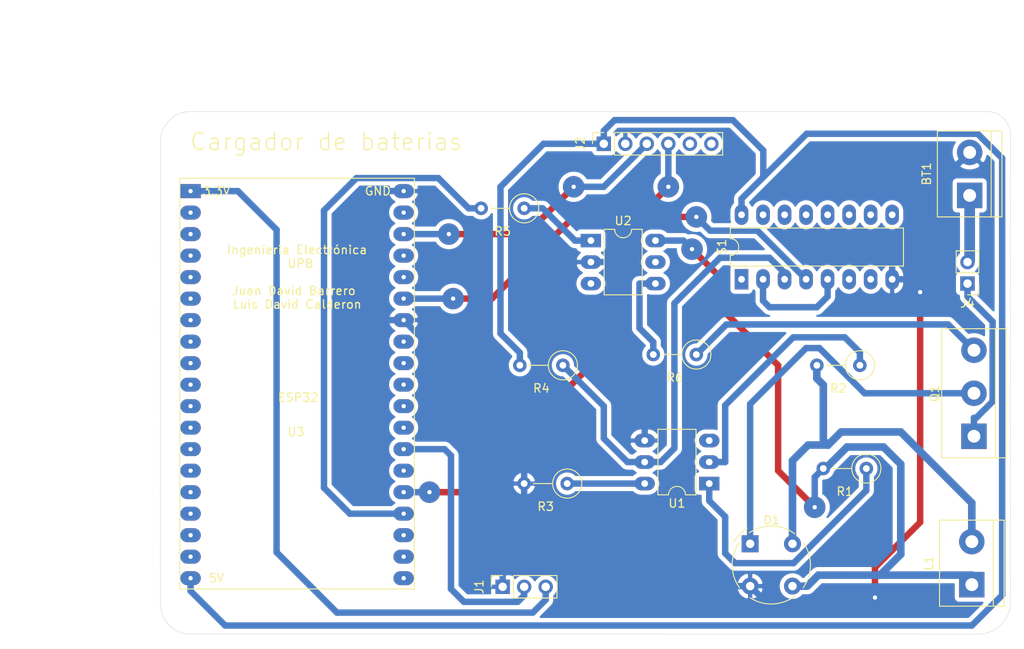
<source format=kicad_pcb>
(kicad_pcb (version 20171130) (host pcbnew "(5.1.9)-1")

  (general
    (thickness 1.6)
    (drawings 13)
    (tracks 196)
    (zones 0)
    (modules 17)
    (nets 66)
  )

  (page A4)
  (title_block
    (title "Proyecto de industrial")
    (date 2021-04-11)
    (rev 0)
    (company "JuanDavidBarrero & DavidCalderon")
  )

  (layers
    (0 F.Cu signal)
    (31 B.Cu signal)
    (32 B.Adhes user)
    (33 F.Adhes user)
    (34 B.Paste user)
    (35 F.Paste user)
    (36 B.SilkS user)
    (37 F.SilkS user)
    (38 B.Mask user)
    (39 F.Mask user)
    (40 Dwgs.User user)
    (41 Cmts.User user)
    (42 Eco1.User user)
    (43 Eco2.User user)
    (44 Edge.Cuts user)
    (45 Margin user)
    (46 B.CrtYd user)
    (47 F.CrtYd user)
    (48 B.Fab user)
    (49 F.Fab user)
  )

  (setup
    (last_trace_width 0.762)
    (user_trace_width 0.762)
    (user_trace_width 1.27)
    (trace_clearance 0.2)
    (zone_clearance 0.508)
    (zone_45_only no)
    (trace_min 0.2)
    (via_size 0.8)
    (via_drill 0.4)
    (via_min_size 0.4)
    (via_min_drill 0.3)
    (user_via 1 0.8)
    (user_via 2.54 0.508)
    (uvia_size 0.3)
    (uvia_drill 0.1)
    (uvias_allowed no)
    (uvia_min_size 0.2)
    (uvia_min_drill 0.1)
    (edge_width 0.05)
    (segment_width 0.2)
    (pcb_text_width 0.3)
    (pcb_text_size 1.5 1.5)
    (mod_edge_width 0.12)
    (mod_text_size 1 1)
    (mod_text_width 0.15)
    (pad_size 1.524 1.524)
    (pad_drill 0.762)
    (pad_to_mask_clearance 0)
    (aux_axis_origin 0 0)
    (visible_elements 7FFFFFFF)
    (pcbplotparams
      (layerselection 0x010fc_ffffffff)
      (usegerberextensions false)
      (usegerberattributes true)
      (usegerberadvancedattributes true)
      (creategerberjobfile true)
      (excludeedgelayer true)
      (linewidth 0.100000)
      (plotframeref false)
      (viasonmask false)
      (mode 1)
      (useauxorigin false)
      (hpglpennumber 1)
      (hpglpenspeed 20)
      (hpglpendiameter 15.000000)
      (psnegative false)
      (psa4output false)
      (plotreference true)
      (plotvalue true)
      (plotinvisibletext false)
      (padsonsilk false)
      (subtractmaskfromsilk false)
      (outputformat 1)
      (mirror false)
      (drillshape 1)
      (scaleselection 1)
      (outputdirectory ""))
  )

  (net 0 "")
  (net 1 /Battery)
  (net 2 GND)
  (net 3 /Neutro)
  (net 4 /Fase)
  (net 5 "Net-(D1-Pad1)")
  (net 6 /A0)
  (net 7 /Vcc)
  (net 8 /SCL)
  (net 9 /SDA)
  (net 10 "Net-(J2-Pad5)")
  (net 11 "Net-(J2-Pad6)")
  (net 12 /SCR)
  (net 13 "Net-(R1-Pad1)")
  (net 14 "Net-(R2-Pad1)")
  (net 15 "Net-(R3-Pad1)")
  (net 16 /5v)
  (net 17 /ZeroCross)
  (net 18 "Net-(R5-Pad1)")
  (net 19 /Shoot)
  (net 20 "Net-(R6-Pad2)")
  (net 21 "Net-(S1-Pad9)")
  (net 22 "Net-(S1-Pad10)")
  (net 23 "Net-(S1-Pad11)")
  (net 24 /TrueZero)
  (net 25 "Net-(S1-Pad12)")
  (net 26 "Net-(S1-Pad13)")
  (net 27 "Net-(S1-Pad6)")
  (net 28 "Net-(S1-Pad14)")
  (net 29 "Net-(S1-Pad7)")
  (net 30 "Net-(S1-Pad15)")
  (net 31 "Net-(U1-Pad3)")
  (net 32 "Net-(U2-Pad3)")
  (net 33 "Net-(U2-Pad5)")
  (net 34 "Net-(U3-Pad2)")
  (net 35 "Net-(U3-Pad3)")
  (net 36 "Net-(U3-Pad4)")
  (net 37 "Net-(U3-Pad5)")
  (net 38 "Net-(U3-Pad6)")
  (net 39 "Net-(U3-Pad7)")
  (net 40 "Net-(U3-Pad8)")
  (net 41 "Net-(U3-Pad9)")
  (net 42 "Net-(U3-Pad10)")
  (net 43 "Net-(U3-Pad11)")
  (net 44 "Net-(U3-Pad12)")
  (net 45 "Net-(U3-Pad13)")
  (net 46 "Net-(U3-Pad14)")
  (net 47 "Net-(U3-Pad15)")
  (net 48 "Net-(U3-Pad16)")
  (net 49 "Net-(U3-Pad17)")
  (net 50 "Net-(U3-Pad18)")
  (net 51 "Net-(U3-Pad20)")
  (net 52 "Net-(U3-Pad21)")
  (net 53 "Net-(U3-Pad22)")
  (net 54 "Net-(U3-Pad25)")
  (net 55 "Net-(U3-Pad27)")
  (net 56 "Net-(U3-Pad28)")
  (net 57 "Net-(U3-Pad29)")
  (net 58 "Net-(U3-Pad30)")
  (net 59 "Net-(U3-Pad31)")
  (net 60 "Net-(U3-Pad34)")
  (net 61 "Net-(U3-Pad35)")
  (net 62 "Net-(U3-Pad37)")
  (net 63 "Net-(S1-Pad1)")
  (net 64 "Net-(S1-Pad2)")
  (net 65 "Net-(J4-Pad1)")

  (net_class Default "This is the default net class."
    (clearance 0.2)
    (trace_width 0.25)
    (via_dia 0.8)
    (via_drill 0.4)
    (uvia_dia 0.3)
    (uvia_drill 0.1)
  )

  (net_class Juanda ""
    (clearance 0.3)
    (trace_width 0.9)
    (via_dia 1)
    (via_drill 0.8)
    (uvia_dia 0.3)
    (uvia_drill 0.1)
    (add_net /Fase)
    (add_net /Neutro)
  )

  (net_class power ""
    (clearance 0.4)
    (trace_width 1.27)
    (via_dia 1)
    (via_drill 0.8)
    (uvia_dia 0.3)
    (uvia_drill 0.1)
  )

  (net_class señal ""
    (clearance 0.3)
    (trace_width 0.762)
    (via_dia 1)
    (via_drill 0.8)
    (uvia_dia 0.3)
    (uvia_drill 0.1)
    (add_net /5v)
    (add_net /A0)
    (add_net /Battery)
    (add_net /SCL)
    (add_net /SCR)
    (add_net /SDA)
    (add_net /Shoot)
    (add_net /TrueZero)
    (add_net /Vcc)
    (add_net /ZeroCross)
    (add_net GND)
    (add_net "Net-(D1-Pad1)")
    (add_net "Net-(J2-Pad5)")
    (add_net "Net-(J2-Pad6)")
    (add_net "Net-(J4-Pad1)")
    (add_net "Net-(R1-Pad1)")
    (add_net "Net-(R2-Pad1)")
    (add_net "Net-(R3-Pad1)")
    (add_net "Net-(R5-Pad1)")
    (add_net "Net-(R6-Pad2)")
    (add_net "Net-(S1-Pad1)")
    (add_net "Net-(S1-Pad10)")
    (add_net "Net-(S1-Pad11)")
    (add_net "Net-(S1-Pad12)")
    (add_net "Net-(S1-Pad13)")
    (add_net "Net-(S1-Pad14)")
    (add_net "Net-(S1-Pad15)")
    (add_net "Net-(S1-Pad2)")
    (add_net "Net-(S1-Pad6)")
    (add_net "Net-(S1-Pad7)")
    (add_net "Net-(S1-Pad9)")
    (add_net "Net-(U1-Pad3)")
    (add_net "Net-(U2-Pad3)")
    (add_net "Net-(U2-Pad5)")
    (add_net "Net-(U3-Pad10)")
    (add_net "Net-(U3-Pad11)")
    (add_net "Net-(U3-Pad12)")
    (add_net "Net-(U3-Pad13)")
    (add_net "Net-(U3-Pad14)")
    (add_net "Net-(U3-Pad15)")
    (add_net "Net-(U3-Pad16)")
    (add_net "Net-(U3-Pad17)")
    (add_net "Net-(U3-Pad18)")
    (add_net "Net-(U3-Pad2)")
    (add_net "Net-(U3-Pad20)")
    (add_net "Net-(U3-Pad21)")
    (add_net "Net-(U3-Pad22)")
    (add_net "Net-(U3-Pad25)")
    (add_net "Net-(U3-Pad27)")
    (add_net "Net-(U3-Pad28)")
    (add_net "Net-(U3-Pad29)")
    (add_net "Net-(U3-Pad3)")
    (add_net "Net-(U3-Pad30)")
    (add_net "Net-(U3-Pad31)")
    (add_net "Net-(U3-Pad34)")
    (add_net "Net-(U3-Pad35)")
    (add_net "Net-(U3-Pad37)")
    (add_net "Net-(U3-Pad4)")
    (add_net "Net-(U3-Pad5)")
    (add_net "Net-(U3-Pad6)")
    (add_net "Net-(U3-Pad7)")
    (add_net "Net-(U3-Pad8)")
    (add_net "Net-(U3-Pad9)")
  )

  (module Connector_PinSocket_2.54mm:PinSocket_1x06_P2.54mm_Vertical (layer F.Cu) (tedit 5A19A430) (tstamp 60744313)
    (at 154.432 81.28 90)
    (descr "Through hole straight socket strip, 1x06, 2.54mm pitch, single row (from Kicad 4.0.7), script generated")
    (tags "Through hole socket strip THT 1x06 2.54mm single row")
    (path /60740A8F)
    (fp_text reference J2 (at 0 -2.77 90) (layer F.SilkS)
      (effects (font (size 1 1) (thickness 0.15)))
    )
    (fp_text value INA219 (at 0 15.47 90) (layer F.Fab)
      (effects (font (size 1 1) (thickness 0.15)))
    )
    (fp_line (start -1.8 14.45) (end -1.8 -1.8) (layer F.CrtYd) (width 0.05))
    (fp_line (start 1.75 14.45) (end -1.8 14.45) (layer F.CrtYd) (width 0.05))
    (fp_line (start 1.75 -1.8) (end 1.75 14.45) (layer F.CrtYd) (width 0.05))
    (fp_line (start -1.8 -1.8) (end 1.75 -1.8) (layer F.CrtYd) (width 0.05))
    (fp_line (start 0 -1.33) (end 1.33 -1.33) (layer F.SilkS) (width 0.12))
    (fp_line (start 1.33 -1.33) (end 1.33 0) (layer F.SilkS) (width 0.12))
    (fp_line (start 1.33 1.27) (end 1.33 14.03) (layer F.SilkS) (width 0.12))
    (fp_line (start -1.33 14.03) (end 1.33 14.03) (layer F.SilkS) (width 0.12))
    (fp_line (start -1.33 1.27) (end -1.33 14.03) (layer F.SilkS) (width 0.12))
    (fp_line (start -1.33 1.27) (end 1.33 1.27) (layer F.SilkS) (width 0.12))
    (fp_line (start -1.27 13.97) (end -1.27 -1.27) (layer F.Fab) (width 0.1))
    (fp_line (start 1.27 13.97) (end -1.27 13.97) (layer F.Fab) (width 0.1))
    (fp_line (start 1.27 -0.635) (end 1.27 13.97) (layer F.Fab) (width 0.1))
    (fp_line (start 0.635 -1.27) (end 1.27 -0.635) (layer F.Fab) (width 0.1))
    (fp_line (start -1.27 -1.27) (end 0.635 -1.27) (layer F.Fab) (width 0.1))
    (fp_text user %R (at 0 6.35) (layer F.Fab)
      (effects (font (size 1 1) (thickness 0.15)))
    )
    (pad 1 thru_hole rect (at 0 0 90) (size 1.7 1.7) (drill 1) (layers *.Cu *.Mask)
      (net 16 /5v))
    (pad 2 thru_hole oval (at 0 2.54 90) (size 1.7 1.7) (drill 1) (layers *.Cu *.Mask)
      (net 2 GND))
    (pad 3 thru_hole oval (at 0 5.08 90) (size 1.7 1.7) (drill 1) (layers *.Cu *.Mask)
      (net 8 /SCL))
    (pad 4 thru_hole oval (at 0 7.62 90) (size 1.7 1.7) (drill 1) (layers *.Cu *.Mask)
      (net 9 /SDA))
    (pad 5 thru_hole oval (at 0 10.16 90) (size 1.7 1.7) (drill 1) (layers *.Cu *.Mask)
      (net 10 "Net-(J2-Pad5)"))
    (pad 6 thru_hole oval (at 0 12.7 90) (size 1.7 1.7) (drill 1) (layers *.Cu *.Mask)
      (net 11 "Net-(J2-Pad6)"))
    (model ${KISYS3DMOD}/Connector_PinSocket_2.54mm.3dshapes/PinSocket_1x06_P2.54mm_Vertical.wrl
      (at (xyz 0 0 0))
      (scale (xyz 1 1 1))
      (rotate (xyz 0 0 0))
    )
  )

  (module Resistor_THT:R_Axial_DIN0309_L9.0mm_D3.2mm_P5.08mm_Vertical (layer F.Cu) (tedit 5AE5139B) (tstamp 607443A3)
    (at 145.034 88.9 180)
    (descr "Resistor, Axial_DIN0309 series, Axial, Vertical, pin pitch=5.08mm, 0.5W = 1/2W, length*diameter=9*3.2mm^2, http://cdn-reichelt.de/documents/datenblatt/B400/1_4W%23YAG.pdf")
    (tags "Resistor Axial_DIN0309 series Axial Vertical pin pitch 5.08mm 0.5W = 1/2W length 9mm diameter 3.2mm")
    (path /6075D489)
    (fp_text reference R5 (at 2.54 -2.72) (layer F.SilkS)
      (effects (font (size 1 1) (thickness 0.15)))
    )
    (fp_text value 200 (at 2.54 2.72) (layer F.Fab)
      (effects (font (size 1 1) (thickness 0.15)))
    )
    (fp_line (start 6.13 -1.85) (end -1.85 -1.85) (layer F.CrtYd) (width 0.05))
    (fp_line (start 6.13 1.85) (end 6.13 -1.85) (layer F.CrtYd) (width 0.05))
    (fp_line (start -1.85 1.85) (end 6.13 1.85) (layer F.CrtYd) (width 0.05))
    (fp_line (start -1.85 -1.85) (end -1.85 1.85) (layer F.CrtYd) (width 0.05))
    (fp_line (start 1.72 0) (end 3.98 0) (layer F.SilkS) (width 0.12))
    (fp_line (start 0 0) (end 5.08 0) (layer F.Fab) (width 0.1))
    (fp_circle (center 0 0) (end 1.72 0) (layer F.SilkS) (width 0.12))
    (fp_circle (center 0 0) (end 1.6 0) (layer F.Fab) (width 0.1))
    (fp_text user %R (at 2.54 -2.72) (layer F.Fab)
      (effects (font (size 1 1) (thickness 0.15)))
    )
    (pad 1 thru_hole circle (at 0 0 180) (size 1.6 1.6) (drill 0.8) (layers *.Cu *.Mask)
      (net 18 "Net-(R5-Pad1)"))
    (pad 2 thru_hole oval (at 5.08 0 180) (size 1.6 1.6) (drill 0.8) (layers *.Cu *.Mask)
      (net 19 /Shoot))
    (model ${KISYS3DMOD}/Resistor_THT.3dshapes/R_Axial_DIN0309_L9.0mm_D3.2mm_P5.08mm_Vertical.wrl
      (at (xyz 0 0 0))
      (scale (xyz 1 1 1))
      (rotate (xyz 0 0 0))
    )
  )

  (module TerminalBlock:TerminalBlock_bornier-2_P5.08mm (layer F.Cu) (tedit 59FF03AB) (tstamp 607442D2)
    (at 197.612 87.376 90)
    (descr "simple 2-pin terminal block, pitch 5.08mm, revamped version of bornier2")
    (tags "terminal block bornier2")
    (path /6073FFDB)
    (fp_text reference BT1 (at 2.54 -5.08 90) (layer F.SilkS)
      (effects (font (size 1 1) (thickness 0.15)))
    )
    (fp_text value Battery_Cell (at 2.54 5.08 90) (layer F.Fab)
      (effects (font (size 1 1) (thickness 0.15)))
    )
    (fp_line (start 7.79 4) (end -2.71 4) (layer F.CrtYd) (width 0.05))
    (fp_line (start 7.79 4) (end 7.79 -4) (layer F.CrtYd) (width 0.05))
    (fp_line (start -2.71 -4) (end -2.71 4) (layer F.CrtYd) (width 0.05))
    (fp_line (start -2.71 -4) (end 7.79 -4) (layer F.CrtYd) (width 0.05))
    (fp_line (start -2.54 3.81) (end 7.62 3.81) (layer F.SilkS) (width 0.12))
    (fp_line (start -2.54 -3.81) (end -2.54 3.81) (layer F.SilkS) (width 0.12))
    (fp_line (start 7.62 -3.81) (end -2.54 -3.81) (layer F.SilkS) (width 0.12))
    (fp_line (start 7.62 3.81) (end 7.62 -3.81) (layer F.SilkS) (width 0.12))
    (fp_line (start 7.62 2.54) (end -2.54 2.54) (layer F.SilkS) (width 0.12))
    (fp_line (start 7.54 -3.75) (end -2.46 -3.75) (layer F.Fab) (width 0.1))
    (fp_line (start 7.54 3.75) (end 7.54 -3.75) (layer F.Fab) (width 0.1))
    (fp_line (start -2.46 3.75) (end 7.54 3.75) (layer F.Fab) (width 0.1))
    (fp_line (start -2.46 -3.75) (end -2.46 3.75) (layer F.Fab) (width 0.1))
    (fp_line (start -2.41 2.55) (end 7.49 2.55) (layer F.Fab) (width 0.1))
    (fp_text user %R (at 2.54 0 90) (layer F.Fab)
      (effects (font (size 1 1) (thickness 0.15)))
    )
    (pad 1 thru_hole rect (at 0 0 90) (size 3 3) (drill 1.52) (layers *.Cu *.Mask)
      (net 1 /Battery))
    (pad 2 thru_hole circle (at 5.08 0 90) (size 3 3) (drill 1.52) (layers *.Cu *.Mask)
      (net 2 GND))
    (model ${KISYS3DMOD}/TerminalBlock.3dshapes/TerminalBlock_bornier-2_P5.08mm.wrl
      (offset (xyz 2.539999961853027 0 0))
      (scale (xyz 1 1 1))
      (rotate (xyz 0 0 0))
    )
    (model ${KISYS3DMOD}/TerminalBlock_Phoenix.3dshapes/TerminalBlock_Phoenix_MKDS-3-2-5.08_1x02_P5.08mm_Horizontal.step
      (at (xyz 0 0 0))
      (scale (xyz 1 1 1))
      (rotate (xyz 0 0 0))
    )
  )

  (module Diode_THT:Diode_Bridge_Round_D9.0mm (layer F.Cu) (tedit 5A4E75FD) (tstamp 607442E2)
    (at 171.704 128.524)
    (descr "4-lead round diode bridge package, diameter 9.0mm, pin pitch 5.0mm, see https://diotec.com/tl_files/diotec/files/pdf/datasheets/b40r.pdf")
    (tags "diode bridge 9.0mm 8.85mm WOB pitch 5.0mm")
    (path /60736E7B)
    (fp_text reference D1 (at 2.54 -2.794) (layer F.SilkS)
      (effects (font (size 1 1) (thickness 0.15)))
    )
    (fp_text value D_Bridge_+-AA (at 2.794 8.128) (layer F.Fab)
      (effects (font (size 1 1) (thickness 0.15)))
    )
    (fp_circle (center 2.5 2.5) (end -1.3 -1.2) (layer F.CrtYd) (width 0.05))
    (fp_arc (start 2.5 2.5) (end -0.35 -1.85) (angle -25.7) (layer F.SilkS) (width 0.12))
    (fp_arc (start 2.5 2.5) (end -1.25 5.2) (angle 69.7860092) (layer F.SilkS) (width 0.12))
    (fp_text user %R (at 2.5 2.5) (layer F.Fab)
      (effects (font (size 1 1) (thickness 0.15)))
    )
    (fp_arc (start 2.5 2.5) (end 5.25 6.2) (angle 69.33515029) (layer F.SilkS) (width 0.12))
    (fp_arc (start 2.5 2.5) (end 6.35 -0.05) (angle 69.27189832) (layer F.SilkS) (width 0.12))
    (fp_arc (start 2.5 2.5) (end -0.1 -1.3) (angle 71.12781967) (layer F.SilkS) (width 0.12))
    (fp_arc (start 2.5 2.5) (end -2 2.5) (angle 360) (layer F.Fab) (width 0.12))
    (pad 4 thru_hole oval (at 5 0) (size 2 2) (drill 1) (layers *.Cu *.Mask)
      (net 3 /Neutro))
    (pad 2 thru_hole oval (at 0 5) (size 2 2) (drill 1) (layers *.Cu *.Mask)
      (net 2 GND))
    (pad 3 thru_hole oval (at 5 5) (size 2 2) (drill 1) (layers *.Cu *.Mask)
      (net 4 /Fase))
    (pad 1 thru_hole rect (at 0 0) (size 2 2) (drill 1) (layers *.Cu *.Mask)
      (net 5 "Net-(D1-Pad1)"))
    (model ${KISYS3DMOD}/Diode_THT.3dshapes/Diode_Bridge_Round_D9.0mm.wrl
      (at (xyz 0 0 0))
      (scale (xyz 1 1 1))
      (rotate (xyz 0 0 0))
    )
  )

  (module Connector_PinSocket_2.54mm:PinSocket_1x03_P2.54mm_Vertical (layer F.Cu) (tedit 5A19A429) (tstamp 607534F8)
    (at 142.494 133.604 90)
    (descr "Through hole straight socket strip, 1x03, 2.54mm pitch, single row (from Kicad 4.0.7), script generated")
    (tags "Through hole socket strip THT 1x03 2.54mm single row")
    (path /6073EE6E)
    (fp_text reference J1 (at 0 -2.77 90) (layer F.SilkS)
      (effects (font (size 1 1) (thickness 0.15)))
    )
    (fp_text value ASC712 (at 0 7.85 90) (layer F.Fab)
      (effects (font (size 1 1) (thickness 0.15)))
    )
    (fp_line (start -1.8 6.85) (end -1.8 -1.8) (layer F.CrtYd) (width 0.05))
    (fp_line (start 1.75 6.85) (end -1.8 6.85) (layer F.CrtYd) (width 0.05))
    (fp_line (start 1.75 -1.8) (end 1.75 6.85) (layer F.CrtYd) (width 0.05))
    (fp_line (start -1.8 -1.8) (end 1.75 -1.8) (layer F.CrtYd) (width 0.05))
    (fp_line (start 0 -1.33) (end 1.33 -1.33) (layer F.SilkS) (width 0.12))
    (fp_line (start 1.33 -1.33) (end 1.33 0) (layer F.SilkS) (width 0.12))
    (fp_line (start 1.33 1.27) (end 1.33 6.41) (layer F.SilkS) (width 0.12))
    (fp_line (start -1.33 6.41) (end 1.33 6.41) (layer F.SilkS) (width 0.12))
    (fp_line (start -1.33 1.27) (end -1.33 6.41) (layer F.SilkS) (width 0.12))
    (fp_line (start -1.33 1.27) (end 1.33 1.27) (layer F.SilkS) (width 0.12))
    (fp_line (start -1.27 6.35) (end -1.27 -1.27) (layer F.Fab) (width 0.1))
    (fp_line (start 1.27 6.35) (end -1.27 6.35) (layer F.Fab) (width 0.1))
    (fp_line (start 1.27 -0.635) (end 1.27 6.35) (layer F.Fab) (width 0.1))
    (fp_line (start 0.635 -1.27) (end 1.27 -0.635) (layer F.Fab) (width 0.1))
    (fp_line (start -1.27 -1.27) (end 0.635 -1.27) (layer F.Fab) (width 0.1))
    (fp_text user %R (at 0 2.54) (layer F.Fab)
      (effects (font (size 1 1) (thickness 0.15)))
    )
    (pad 1 thru_hole rect (at 0 0 90) (size 1.7 1.7) (drill 1) (layers *.Cu *.Mask)
      (net 2 GND))
    (pad 2 thru_hole oval (at 0 2.54 90) (size 1.7 1.7) (drill 1) (layers *.Cu *.Mask)
      (net 6 /A0))
    (pad 3 thru_hole oval (at 0 5.08 90) (size 1.7 1.7) (drill 1) (layers *.Cu *.Mask)
      (net 7 /Vcc))
    (model ${KISYS3DMOD}/Connector_PinSocket_2.54mm.3dshapes/PinSocket_1x03_P2.54mm_Vertical.wrl
      (at (xyz 0 0 0))
      (scale (xyz 1 1 1))
      (rotate (xyz 0 0 0))
    )
  )

  (module TerminalBlock:TerminalBlock_bornier-2_P5.08mm (layer F.Cu) (tedit 59FF03AB) (tstamp 6074433E)
    (at 197.866 133.35 90)
    (descr "simple 2-pin terminal block, pitch 5.08mm, revamped version of bornier2")
    (tags "terminal block bornier2")
    (path /60735B48)
    (fp_text reference L1 (at 2.54 -5.08 90) (layer F.SilkS)
      (effects (font (size 1 1) (thickness 0.15)))
    )
    (fp_text value L (at 2.54 5.08 90) (layer F.Fab)
      (effects (font (size 1 1) (thickness 0.15)))
    )
    (fp_line (start -2.41 2.55) (end 7.49 2.55) (layer F.Fab) (width 0.1))
    (fp_line (start -2.46 -3.75) (end -2.46 3.75) (layer F.Fab) (width 0.1))
    (fp_line (start -2.46 3.75) (end 7.54 3.75) (layer F.Fab) (width 0.1))
    (fp_line (start 7.54 3.75) (end 7.54 -3.75) (layer F.Fab) (width 0.1))
    (fp_line (start 7.54 -3.75) (end -2.46 -3.75) (layer F.Fab) (width 0.1))
    (fp_line (start 7.62 2.54) (end -2.54 2.54) (layer F.SilkS) (width 0.12))
    (fp_line (start 7.62 3.81) (end 7.62 -3.81) (layer F.SilkS) (width 0.12))
    (fp_line (start 7.62 -3.81) (end -2.54 -3.81) (layer F.SilkS) (width 0.12))
    (fp_line (start -2.54 -3.81) (end -2.54 3.81) (layer F.SilkS) (width 0.12))
    (fp_line (start -2.54 3.81) (end 7.62 3.81) (layer F.SilkS) (width 0.12))
    (fp_line (start -2.71 -4) (end 7.79 -4) (layer F.CrtYd) (width 0.05))
    (fp_line (start -2.71 -4) (end -2.71 4) (layer F.CrtYd) (width 0.05))
    (fp_line (start 7.79 4) (end 7.79 -4) (layer F.CrtYd) (width 0.05))
    (fp_line (start 7.79 4) (end -2.71 4) (layer F.CrtYd) (width 0.05))
    (fp_text user %R (at 2.54 0 90) (layer F.Fab)
      (effects (font (size 1 1) (thickness 0.15)))
    )
    (pad 2 thru_hole circle (at 5.08 0 90) (size 3 3) (drill 1.52) (layers *.Cu *.Mask)
      (net 3 /Neutro))
    (pad 1 thru_hole rect (at 0 0 90) (size 3 3) (drill 1.52) (layers *.Cu *.Mask)
      (net 4 /Fase))
    (model ${KISYS3DMOD}/TerminalBlock.3dshapes/TerminalBlock_bornier-2_P5.08mm.wrl
      (offset (xyz 2.539999961853027 0 0))
      (scale (xyz 1 1 1))
      (rotate (xyz 0 0 0))
    )
    (model ${KISYS3DMOD}/TerminalBlock_Phoenix.3dshapes/TerminalBlock_Phoenix_MKDS-3-2-5.08_1x02_P5.08mm_Horizontal.step
      (at (xyz 0 0 0))
      (scale (xyz 1 1 1))
      (rotate (xyz 0 0 0))
    )
  )

  (module Resistor_THT:R_Axial_DIN0309_L9.0mm_D3.2mm_P5.08mm_Vertical (layer F.Cu) (tedit 5AE5139B) (tstamp 60744367)
    (at 185.42 119.634 180)
    (descr "Resistor, Axial_DIN0309 series, Axial, Vertical, pin pitch=5.08mm, 0.5W = 1/2W, length*diameter=9*3.2mm^2, http://cdn-reichelt.de/documents/datenblatt/B400/1_4W%23YAG.pdf")
    (tags "Resistor Axial_DIN0309 series Axial Vertical pin pitch 5.08mm 0.5W = 1/2W length 9mm diameter 3.2mm")
    (path /6075DBE5)
    (fp_text reference R1 (at 2.54 -2.72) (layer F.SilkS)
      (effects (font (size 1 1) (thickness 0.15)))
    )
    (fp_text value 1.5K (at 2.54 2.72) (layer F.Fab)
      (effects (font (size 1 1) (thickness 0.15)))
    )
    (fp_line (start 6.13 -1.85) (end -1.85 -1.85) (layer F.CrtYd) (width 0.05))
    (fp_line (start 6.13 1.85) (end 6.13 -1.85) (layer F.CrtYd) (width 0.05))
    (fp_line (start -1.85 1.85) (end 6.13 1.85) (layer F.CrtYd) (width 0.05))
    (fp_line (start -1.85 -1.85) (end -1.85 1.85) (layer F.CrtYd) (width 0.05))
    (fp_line (start 1.72 0) (end 3.98 0) (layer F.SilkS) (width 0.12))
    (fp_line (start 0 0) (end 5.08 0) (layer F.Fab) (width 0.1))
    (fp_circle (center 0 0) (end 1.72 0) (layer F.SilkS) (width 0.12))
    (fp_circle (center 0 0) (end 1.6 0) (layer F.Fab) (width 0.1))
    (fp_text user %R (at 2.54 -2.72) (layer F.Fab)
      (effects (font (size 1 1) (thickness 0.15)))
    )
    (pad 1 thru_hole circle (at 0 0 180) (size 1.6 1.6) (drill 0.8) (layers *.Cu *.Mask)
      (net 13 "Net-(R1-Pad1)"))
    (pad 2 thru_hole oval (at 5.08 0 180) (size 1.6 1.6) (drill 0.8) (layers *.Cu *.Mask)
      (net 4 /Fase))
    (model ${KISYS3DMOD}/Resistor_THT.3dshapes/R_Axial_DIN0309_L9.0mm_D3.2mm_P5.08mm_Vertical.wrl
      (at (xyz 0 0 0))
      (scale (xyz 1 1 1))
      (rotate (xyz 0 0 0))
    )
  )

  (module Resistor_THT:R_Axial_DIN0309_L9.0mm_D3.2mm_P5.08mm_Vertical (layer F.Cu) (tedit 5AE5139B) (tstamp 60744376)
    (at 184.658 107.442 180)
    (descr "Resistor, Axial_DIN0309 series, Axial, Vertical, pin pitch=5.08mm, 0.5W = 1/2W, length*diameter=9*3.2mm^2, http://cdn-reichelt.de/documents/datenblatt/B400/1_4W%23YAG.pdf")
    (tags "Resistor Axial_DIN0309 series Axial Vertical pin pitch 5.08mm 0.5W = 1/2W length 9mm diameter 3.2mm")
    (path /6075D94A)
    (fp_text reference R2 (at 2.54 -2.72) (layer F.SilkS)
      (effects (font (size 1 1) (thickness 0.15)))
    )
    (fp_text value 1.5K (at 2.54 2.72) (layer F.Fab)
      (effects (font (size 1 1) (thickness 0.15)))
    )
    (fp_circle (center 0 0) (end 1.6 0) (layer F.Fab) (width 0.1))
    (fp_circle (center 0 0) (end 1.72 0) (layer F.SilkS) (width 0.12))
    (fp_line (start 0 0) (end 5.08 0) (layer F.Fab) (width 0.1))
    (fp_line (start 1.72 0) (end 3.98 0) (layer F.SilkS) (width 0.12))
    (fp_line (start -1.85 -1.85) (end -1.85 1.85) (layer F.CrtYd) (width 0.05))
    (fp_line (start -1.85 1.85) (end 6.13 1.85) (layer F.CrtYd) (width 0.05))
    (fp_line (start 6.13 1.85) (end 6.13 -1.85) (layer F.CrtYd) (width 0.05))
    (fp_line (start 6.13 -1.85) (end -1.85 -1.85) (layer F.CrtYd) (width 0.05))
    (fp_text user %R (at 2.54 -2.72) (layer F.Fab)
      (effects (font (size 1 1) (thickness 0.15)))
    )
    (pad 2 thru_hole oval (at 5.08 0 180) (size 1.6 1.6) (drill 0.8) (layers *.Cu *.Mask)
      (net 3 /Neutro))
    (pad 1 thru_hole circle (at 0 0 180) (size 1.6 1.6) (drill 0.8) (layers *.Cu *.Mask)
      (net 14 "Net-(R2-Pad1)"))
    (model ${KISYS3DMOD}/Resistor_THT.3dshapes/R_Axial_DIN0309_L9.0mm_D3.2mm_P5.08mm_Vertical.wrl
      (at (xyz 0 0 0))
      (scale (xyz 1 1 1))
      (rotate (xyz 0 0 0))
    )
  )

  (module Resistor_THT:R_Axial_DIN0309_L9.0mm_D3.2mm_P5.08mm_Vertical (layer F.Cu) (tedit 5AE5139B) (tstamp 60744385)
    (at 150.114 121.412 180)
    (descr "Resistor, Axial_DIN0309 series, Axial, Vertical, pin pitch=5.08mm, 0.5W = 1/2W, length*diameter=9*3.2mm^2, http://cdn-reichelt.de/documents/datenblatt/B400/1_4W%23YAG.pdf")
    (tags "Resistor Axial_DIN0309 series Axial Vertical pin pitch 5.08mm 0.5W = 1/2W length 9mm diameter 3.2mm")
    (path /6075E031)
    (fp_text reference R3 (at 2.54 -2.72) (layer F.SilkS)
      (effects (font (size 1 1) (thickness 0.15)))
    )
    (fp_text value 100M (at 2.54 2.72) (layer F.Fab)
      (effects (font (size 1 1) (thickness 0.15)))
    )
    (fp_circle (center 0 0) (end 1.6 0) (layer F.Fab) (width 0.1))
    (fp_circle (center 0 0) (end 1.72 0) (layer F.SilkS) (width 0.12))
    (fp_line (start 0 0) (end 5.08 0) (layer F.Fab) (width 0.1))
    (fp_line (start 1.72 0) (end 3.98 0) (layer F.SilkS) (width 0.12))
    (fp_line (start -1.85 -1.85) (end -1.85 1.85) (layer F.CrtYd) (width 0.05))
    (fp_line (start -1.85 1.85) (end 6.13 1.85) (layer F.CrtYd) (width 0.05))
    (fp_line (start 6.13 1.85) (end 6.13 -1.85) (layer F.CrtYd) (width 0.05))
    (fp_line (start 6.13 -1.85) (end -1.85 -1.85) (layer F.CrtYd) (width 0.05))
    (fp_text user %R (at 2.54 -2.72) (layer F.Fab)
      (effects (font (size 1 1) (thickness 0.15)))
    )
    (pad 2 thru_hole oval (at 5.08 0 180) (size 1.6 1.6) (drill 0.8) (layers *.Cu *.Mask)
      (net 2 GND))
    (pad 1 thru_hole circle (at 0 0 180) (size 1.6 1.6) (drill 0.8) (layers *.Cu *.Mask)
      (net 15 "Net-(R3-Pad1)"))
    (model ${KISYS3DMOD}/Resistor_THT.3dshapes/R_Axial_DIN0309_L9.0mm_D3.2mm_P5.08mm_Vertical.wrl
      (at (xyz 0 0 0))
      (scale (xyz 1 1 1))
      (rotate (xyz 0 0 0))
    )
  )

  (module Resistor_THT:R_Axial_DIN0309_L9.0mm_D3.2mm_P5.08mm_Vertical (layer F.Cu) (tedit 5AE5139B) (tstamp 60751ECE)
    (at 149.606 107.442 180)
    (descr "Resistor, Axial_DIN0309 series, Axial, Vertical, pin pitch=5.08mm, 0.5W = 1/2W, length*diameter=9*3.2mm^2, http://cdn-reichelt.de/documents/datenblatt/B400/1_4W%23YAG.pdf")
    (tags "Resistor Axial_DIN0309 series Axial Vertical pin pitch 5.08mm 0.5W = 1/2W length 9mm diameter 3.2mm")
    (path /6075E2EE)
    (fp_text reference R4 (at 2.54 -2.72) (layer F.SilkS)
      (effects (font (size 1 1) (thickness 0.15)))
    )
    (fp_text value 10k (at 2.54 2.72) (layer F.Fab)
      (effects (font (size 1 1) (thickness 0.15)))
    )
    (fp_circle (center 0 0) (end 1.6 0) (layer F.Fab) (width 0.1))
    (fp_circle (center 0 0) (end 1.72 0) (layer F.SilkS) (width 0.12))
    (fp_line (start 0 0) (end 5.08 0) (layer F.Fab) (width 0.1))
    (fp_line (start 1.72 0) (end 3.98 0) (layer F.SilkS) (width 0.12))
    (fp_line (start -1.85 -1.85) (end -1.85 1.85) (layer F.CrtYd) (width 0.05))
    (fp_line (start -1.85 1.85) (end 6.13 1.85) (layer F.CrtYd) (width 0.05))
    (fp_line (start 6.13 1.85) (end 6.13 -1.85) (layer F.CrtYd) (width 0.05))
    (fp_line (start 6.13 -1.85) (end -1.85 -1.85) (layer F.CrtYd) (width 0.05))
    (fp_text user %R (at 2.54 -2.72) (layer F.Fab)
      (effects (font (size 1 1) (thickness 0.15)))
    )
    (pad 2 thru_hole oval (at 5.08 0 180) (size 1.6 1.6) (drill 0.8) (layers *.Cu *.Mask)
      (net 16 /5v))
    (pad 1 thru_hole circle (at 0 0 180) (size 1.6 1.6) (drill 0.8) (layers *.Cu *.Mask)
      (net 17 /ZeroCross))
    (model ${KISYS3DMOD}/Resistor_THT.3dshapes/R_Axial_DIN0309_L9.0mm_D3.2mm_P5.08mm_Vertical.wrl
      (at (xyz 0 0 0))
      (scale (xyz 1 1 1))
      (rotate (xyz 0 0 0))
    )
  )

  (module Resistor_THT:R_Axial_DIN0309_L9.0mm_D3.2mm_P5.08mm_Vertical (layer F.Cu) (tedit 5AE5139B) (tstamp 607443B2)
    (at 165.354 106.172 180)
    (descr "Resistor, Axial_DIN0309 series, Axial, Vertical, pin pitch=5.08mm, 0.5W = 1/2W, length*diameter=9*3.2mm^2, http://cdn-reichelt.de/documents/datenblatt/B400/1_4W%23YAG.pdf")
    (tags "Resistor Axial_DIN0309 series Axial Vertical pin pitch 5.08mm 0.5W = 1/2W length 9mm diameter 3.2mm")
    (path /60778062)
    (fp_text reference R6 (at 2.54 -2.72) (layer F.SilkS)
      (effects (font (size 1 1) (thickness 0.15)))
    )
    (fp_text value 150 (at 2.54 2.72) (layer F.Fab)
      (effects (font (size 1 1) (thickness 0.15)))
    )
    (fp_line (start 6.13 -1.85) (end -1.85 -1.85) (layer F.CrtYd) (width 0.05))
    (fp_line (start 6.13 1.85) (end 6.13 -1.85) (layer F.CrtYd) (width 0.05))
    (fp_line (start -1.85 1.85) (end 6.13 1.85) (layer F.CrtYd) (width 0.05))
    (fp_line (start -1.85 -1.85) (end -1.85 1.85) (layer F.CrtYd) (width 0.05))
    (fp_line (start 1.72 0) (end 3.98 0) (layer F.SilkS) (width 0.12))
    (fp_line (start 0 0) (end 5.08 0) (layer F.Fab) (width 0.1))
    (fp_circle (center 0 0) (end 1.72 0) (layer F.SilkS) (width 0.12))
    (fp_circle (center 0 0) (end 1.6 0) (layer F.Fab) (width 0.1))
    (fp_text user %R (at 2.54 -2.72) (layer F.Fab)
      (effects (font (size 1 1) (thickness 0.15)))
    )
    (pad 1 thru_hole circle (at 0 0 180) (size 1.6 1.6) (drill 0.8) (layers *.Cu *.Mask)
      (net 12 /SCR))
    (pad 2 thru_hole oval (at 5.08 0 180) (size 1.6 1.6) (drill 0.8) (layers *.Cu *.Mask)
      (net 20 "Net-(R6-Pad2)"))
    (model ${KISYS3DMOD}/Resistor_THT.3dshapes/R_Axial_DIN0309_L9.0mm_D3.2mm_P5.08mm_Vertical.wrl
      (at (xyz 0 0 0))
      (scale (xyz 1 1 1))
      (rotate (xyz 0 0 0))
    )
  )

  (module Package_DIP:DIP-6_W7.62mm_LongPads (layer F.Cu) (tedit 5A02E8C5) (tstamp 607443F0)
    (at 166.878 121.412 180)
    (descr "6-lead though-hole mounted DIP package, row spacing 7.62 mm (300 mils), LongPads")
    (tags "THT DIP DIL PDIP 2.54mm 7.62mm 300mil LongPads")
    (path /607419F1)
    (fp_text reference U1 (at 3.81 -2.33) (layer F.SilkS)
      (effects (font (size 1 1) (thickness 0.15)))
    )
    (fp_text value H11AA1 (at 3.81 7.41) (layer F.Fab)
      (effects (font (size 1 1) (thickness 0.15)))
    )
    (fp_line (start 9.1 -1.55) (end -1.45 -1.55) (layer F.CrtYd) (width 0.05))
    (fp_line (start 9.1 6.6) (end 9.1 -1.55) (layer F.CrtYd) (width 0.05))
    (fp_line (start -1.45 6.6) (end 9.1 6.6) (layer F.CrtYd) (width 0.05))
    (fp_line (start -1.45 -1.55) (end -1.45 6.6) (layer F.CrtYd) (width 0.05))
    (fp_line (start 6.06 -1.33) (end 4.81 -1.33) (layer F.SilkS) (width 0.12))
    (fp_line (start 6.06 6.41) (end 6.06 -1.33) (layer F.SilkS) (width 0.12))
    (fp_line (start 1.56 6.41) (end 6.06 6.41) (layer F.SilkS) (width 0.12))
    (fp_line (start 1.56 -1.33) (end 1.56 6.41) (layer F.SilkS) (width 0.12))
    (fp_line (start 2.81 -1.33) (end 1.56 -1.33) (layer F.SilkS) (width 0.12))
    (fp_line (start 0.635 -0.27) (end 1.635 -1.27) (layer F.Fab) (width 0.1))
    (fp_line (start 0.635 6.35) (end 0.635 -0.27) (layer F.Fab) (width 0.1))
    (fp_line (start 6.985 6.35) (end 0.635 6.35) (layer F.Fab) (width 0.1))
    (fp_line (start 6.985 -1.27) (end 6.985 6.35) (layer F.Fab) (width 0.1))
    (fp_line (start 1.635 -1.27) (end 6.985 -1.27) (layer F.Fab) (width 0.1))
    (fp_arc (start 3.81 -1.33) (end 2.81 -1.33) (angle -180) (layer F.SilkS) (width 0.12))
    (fp_text user %R (at 4.318 3.048) (layer F.Fab)
      (effects (font (size 1 1) (thickness 0.15)))
    )
    (pad 1 thru_hole rect (at 0 0 180) (size 2.4 1.6) (drill 0.8) (layers *.Cu *.Mask)
      (net 13 "Net-(R1-Pad1)"))
    (pad 4 thru_hole oval (at 7.62 5.08 180) (size 2.4 1.6) (drill 0.8) (layers *.Cu *.Mask)
      (net 2 GND))
    (pad 2 thru_hole oval (at 0 2.54 180) (size 2.4 1.6) (drill 0.8) (layers *.Cu *.Mask)
      (net 14 "Net-(R2-Pad1)"))
    (pad 5 thru_hole oval (at 7.62 2.54 180) (size 2.4 1.6) (drill 0.8) (layers *.Cu *.Mask)
      (net 17 /ZeroCross))
    (pad 3 thru_hole oval (at 0 5.08 180) (size 2.4 1.6) (drill 0.8) (layers *.Cu *.Mask)
      (net 31 "Net-(U1-Pad3)"))
    (pad 6 thru_hole oval (at 7.62 0 180) (size 2.4 1.6) (drill 0.8) (layers *.Cu *.Mask)
      (net 15 "Net-(R3-Pad1)"))
    (model ${KISYS3DMOD}/Package_DIP.3dshapes/DIP-6_W7.62mm.wrl
      (at (xyz 0 0 0))
      (scale (xyz 1 1 1))
      (rotate (xyz 0 0 0))
    )
  )

  (module Package_DIP:DIP-6_W7.62mm_LongPads (layer F.Cu) (tedit 5A02E8C5) (tstamp 607577A7)
    (at 152.908 92.71)
    (descr "6-lead though-hole mounted DIP package, row spacing 7.62 mm (300 mils), LongPads")
    (tags "THT DIP DIL PDIP 2.54mm 7.62mm 300mil LongPads")
    (path /6074264C)
    (fp_text reference U2 (at 3.81 -2.33) (layer F.SilkS)
      (effects (font (size 1 1) (thickness 0.15)))
    )
    (fp_text value MOC3052M (at 3.81 7.41) (layer F.Fab)
      (effects (font (size 1 1) (thickness 0.15)))
    )
    (fp_line (start 1.635 -1.27) (end 6.985 -1.27) (layer F.Fab) (width 0.1))
    (fp_line (start 6.985 -1.27) (end 6.985 6.35) (layer F.Fab) (width 0.1))
    (fp_line (start 6.985 6.35) (end 0.635 6.35) (layer F.Fab) (width 0.1))
    (fp_line (start 0.635 6.35) (end 0.635 -0.27) (layer F.Fab) (width 0.1))
    (fp_line (start 0.635 -0.27) (end 1.635 -1.27) (layer F.Fab) (width 0.1))
    (fp_line (start 2.81 -1.33) (end 1.56 -1.33) (layer F.SilkS) (width 0.12))
    (fp_line (start 1.56 -1.33) (end 1.56 6.41) (layer F.SilkS) (width 0.12))
    (fp_line (start 1.56 6.41) (end 6.06 6.41) (layer F.SilkS) (width 0.12))
    (fp_line (start 6.06 6.41) (end 6.06 -1.33) (layer F.SilkS) (width 0.12))
    (fp_line (start 6.06 -1.33) (end 4.81 -1.33) (layer F.SilkS) (width 0.12))
    (fp_line (start -1.45 -1.55) (end -1.45 6.6) (layer F.CrtYd) (width 0.05))
    (fp_line (start -1.45 6.6) (end 9.1 6.6) (layer F.CrtYd) (width 0.05))
    (fp_line (start 9.1 6.6) (end 9.1 -1.55) (layer F.CrtYd) (width 0.05))
    (fp_line (start 9.1 -1.55) (end -1.45 -1.55) (layer F.CrtYd) (width 0.05))
    (fp_text user %R (at -0.400001 2.54) (layer F.Fab)
      (effects (font (size 1 1) (thickness 0.15)))
    )
    (fp_arc (start 3.81 -1.33) (end 2.81 -1.33) (angle -180) (layer F.SilkS) (width 0.12))
    (pad 6 thru_hole oval (at 7.62 0) (size 2.4 1.6) (drill 0.8) (layers *.Cu *.Mask)
      (net 4 /Fase))
    (pad 3 thru_hole oval (at 0 5.08) (size 2.4 1.6) (drill 0.8) (layers *.Cu *.Mask)
      (net 32 "Net-(U2-Pad3)"))
    (pad 5 thru_hole oval (at 7.62 2.54) (size 2.4 1.6) (drill 0.8) (layers *.Cu *.Mask)
      (net 33 "Net-(U2-Pad5)"))
    (pad 2 thru_hole oval (at 0 2.54) (size 2.4 1.6) (drill 0.8) (layers *.Cu *.Mask)
      (net 2 GND))
    (pad 4 thru_hole oval (at 7.62 5.08) (size 2.4 1.6) (drill 0.8) (layers *.Cu *.Mask)
      (net 20 "Net-(R6-Pad2)"))
    (pad 1 thru_hole rect (at 0 0) (size 2.4 1.6) (drill 0.8) (layers *.Cu *.Mask)
      (net 18 "Net-(R5-Pad1)"))
    (model ${KISYS3DMOD}/Package_DIP.3dshapes/DIP-6_W7.62mm.wrl
      (at (xyz 0 0 0))
      (scale (xyz 1 1 1))
      (rotate (xyz 0 0 0))
    )
  )

  (module Package_DIP:DIP-16_W7.62mm_LongPads (layer F.Cu) (tedit 5A02E8C5) (tstamp 60740C5B)
    (at 170.688 97.282 90)
    (descr "16-lead though-hole mounted DIP package, row spacing 7.62 mm (300 mils), LongPads")
    (tags "THT DIP DIL PDIP 2.54mm 7.62mm 300mil LongPads")
    (path /6074B131)
    (fp_text reference S1 (at 3.81 -2.33 90) (layer F.SilkS)
      (effects (font (size 1 1) (thickness 0.15)))
    )
    (fp_text value SmithTrigger (at 3.81 20.11 90) (layer F.Fab)
      (effects (font (size 1 1) (thickness 0.15)))
    )
    (fp_line (start 1.635 -1.27) (end 6.985 -1.27) (layer F.Fab) (width 0.1))
    (fp_line (start 6.985 -1.27) (end 6.985 19.05) (layer F.Fab) (width 0.1))
    (fp_line (start 6.985 19.05) (end 0.635 19.05) (layer F.Fab) (width 0.1))
    (fp_line (start 0.635 19.05) (end 0.635 -0.27) (layer F.Fab) (width 0.1))
    (fp_line (start 0.635 -0.27) (end 1.635 -1.27) (layer F.Fab) (width 0.1))
    (fp_line (start 2.81 -1.33) (end 1.56 -1.33) (layer F.SilkS) (width 0.12))
    (fp_line (start 1.56 -1.33) (end 1.56 19.11) (layer F.SilkS) (width 0.12))
    (fp_line (start 1.56 19.11) (end 6.06 19.11) (layer F.SilkS) (width 0.12))
    (fp_line (start 6.06 19.11) (end 6.06 -1.33) (layer F.SilkS) (width 0.12))
    (fp_line (start 6.06 -1.33) (end 4.81 -1.33) (layer F.SilkS) (width 0.12))
    (fp_line (start -1.45 -1.55) (end -1.45 19.3) (layer F.CrtYd) (width 0.05))
    (fp_line (start -1.45 19.3) (end 9.1 19.3) (layer F.CrtYd) (width 0.05))
    (fp_line (start 9.1 19.3) (end 9.1 -1.55) (layer F.CrtYd) (width 0.05))
    (fp_line (start 9.1 -1.55) (end -1.45 -1.55) (layer F.CrtYd) (width 0.05))
    (fp_arc (start 3.81 -1.33) (end 2.81 -1.33) (angle -180) (layer F.SilkS) (width 0.12))
    (fp_text user %R (at 3.81 8.89 90) (layer F.Fab)
      (effects (font (size 1 1) (thickness 0.15)))
    )
    (pad 1 thru_hole rect (at 0 0 90) (size 2.4 1.6) (drill 0.8) (layers *.Cu *.Mask)
      (net 63 "Net-(S1-Pad1)"))
    (pad 9 thru_hole oval (at 7.62 17.78 90) (size 2.4 1.6) (drill 0.8) (layers *.Cu *.Mask)
      (net 21 "Net-(S1-Pad9)"))
    (pad 2 thru_hole oval (at 0 2.54 90) (size 2.4 1.6) (drill 0.8) (layers *.Cu *.Mask)
      (net 64 "Net-(S1-Pad2)"))
    (pad 10 thru_hole oval (at 7.62 15.24 90) (size 2.4 1.6) (drill 0.8) (layers *.Cu *.Mask)
      (net 22 "Net-(S1-Pad10)"))
    (pad 3 thru_hole oval (at 0 5.08 90) (size 2.4 1.6) (drill 0.8) (layers *.Cu *.Mask)
      (net 17 /ZeroCross))
    (pad 11 thru_hole oval (at 7.62 12.7 90) (size 2.4 1.6) (drill 0.8) (layers *.Cu *.Mask)
      (net 23 "Net-(S1-Pad11)"))
    (pad 4 thru_hole oval (at 0 7.62 90) (size 2.4 1.6) (drill 0.8) (layers *.Cu *.Mask)
      (net 24 /TrueZero))
    (pad 12 thru_hole oval (at 7.62 10.16 90) (size 2.4 1.6) (drill 0.8) (layers *.Cu *.Mask)
      (net 25 "Net-(S1-Pad12)"))
    (pad 5 thru_hole oval (at 0 10.16 90) (size 2.4 1.6) (drill 0.8) (layers *.Cu *.Mask)
      (net 64 "Net-(S1-Pad2)"))
    (pad 13 thru_hole oval (at 7.62 7.62 90) (size 2.4 1.6) (drill 0.8) (layers *.Cu *.Mask)
      (net 26 "Net-(S1-Pad13)"))
    (pad 6 thru_hole oval (at 0 12.7 90) (size 2.4 1.6) (drill 0.8) (layers *.Cu *.Mask)
      (net 27 "Net-(S1-Pad6)"))
    (pad 14 thru_hole oval (at 7.62 5.08 90) (size 2.4 1.6) (drill 0.8) (layers *.Cu *.Mask)
      (net 28 "Net-(S1-Pad14)"))
    (pad 7 thru_hole oval (at 0 15.24 90) (size 2.4 1.6) (drill 0.8) (layers *.Cu *.Mask)
      (net 29 "Net-(S1-Pad7)"))
    (pad 15 thru_hole oval (at 7.62 2.54 90) (size 2.4 1.6) (drill 0.8) (layers *.Cu *.Mask)
      (net 30 "Net-(S1-Pad15)"))
    (pad 8 thru_hole oval (at 0 17.78 90) (size 2.4 1.6) (drill 0.8) (layers *.Cu *.Mask)
      (net 2 GND))
    (pad 16 thru_hole oval (at 7.62 0 90) (size 2.4 1.6) (drill 0.8) (layers *.Cu *.Mask)
      (net 16 /5v))
    (model ${KISYS3DMOD}/Package_DIP.3dshapes/DIP-16_W7.62mm.wrl
      (at (xyz 0 0 0))
      (scale (xyz 1 1 1))
      (rotate (xyz 0 0 0))
    )
  )

  (module Connector_PinHeader_2.54mm:PinHeader_1x02_P2.54mm_Vertical (layer F.Cu) (tedit 59FED5CC) (tstamp 607534A1)
    (at 197.358 97.79 180)
    (descr "Through hole straight pin header, 1x02, 2.54mm pitch, single row")
    (tags "Through hole pin header THT 1x02 2.54mm single row")
    (path /6074E1E1)
    (fp_text reference J4 (at 0 -2.33) (layer F.SilkS)
      (effects (font (size 1 1) (thickness 0.15)))
    )
    (fp_text value Corriente (at 0 4.87) (layer F.Fab)
      (effects (font (size 1 1) (thickness 0.15)))
    )
    (fp_line (start -0.635 -1.27) (end 1.27 -1.27) (layer F.Fab) (width 0.1))
    (fp_line (start 1.27 -1.27) (end 1.27 3.81) (layer F.Fab) (width 0.1))
    (fp_line (start 1.27 3.81) (end -1.27 3.81) (layer F.Fab) (width 0.1))
    (fp_line (start -1.27 3.81) (end -1.27 -0.635) (layer F.Fab) (width 0.1))
    (fp_line (start -1.27 -0.635) (end -0.635 -1.27) (layer F.Fab) (width 0.1))
    (fp_line (start -1.33 3.87) (end 1.33 3.87) (layer F.SilkS) (width 0.12))
    (fp_line (start -1.33 1.27) (end -1.33 3.87) (layer F.SilkS) (width 0.12))
    (fp_line (start 1.33 1.27) (end 1.33 3.87) (layer F.SilkS) (width 0.12))
    (fp_line (start -1.33 1.27) (end 1.33 1.27) (layer F.SilkS) (width 0.12))
    (fp_line (start -1.33 0) (end -1.33 -1.33) (layer F.SilkS) (width 0.12))
    (fp_line (start -1.33 -1.33) (end 0 -1.33) (layer F.SilkS) (width 0.12))
    (fp_line (start -1.8 -1.8) (end -1.8 4.35) (layer F.CrtYd) (width 0.05))
    (fp_line (start -1.8 4.35) (end 1.8 4.35) (layer F.CrtYd) (width 0.05))
    (fp_line (start 1.8 4.35) (end 1.8 -1.8) (layer F.CrtYd) (width 0.05))
    (fp_line (start 1.8 -1.8) (end -1.8 -1.8) (layer F.CrtYd) (width 0.05))
    (fp_text user %R (at 0 1.27 90) (layer F.Fab)
      (effects (font (size 1 1) (thickness 0.15)))
    )
    (pad 1 thru_hole rect (at 0 0 180) (size 1.7 1.7) (drill 1) (layers *.Cu *.Mask)
      (net 65 "Net-(J4-Pad1)"))
    (pad 2 thru_hole oval (at 0 2.54 180) (size 1.7 1.7) (drill 1) (layers *.Cu *.Mask)
      (net 1 /Battery))
    (model ${KISYS3DMOD}/Connector_PinHeader_2.54mm.3dshapes/PinHeader_1x02_P2.54mm_Vertical.wrl
      (at (xyz 0 0 0))
      (scale (xyz 1 1 1))
      (rotate (xyz 0 0 0))
    )
  )

  (module TerminalBlock:TerminalBlock_bornier-3_P5.08mm (layer F.Cu) (tedit 59FF03B9) (tstamp 607552CC)
    (at 198.12 115.824 90)
    (descr "simple 3-pin terminal block, pitch 5.08mm, revamped version of bornier3")
    (tags "terminal block bornier3")
    (path /6073DF1D)
    (fp_text reference Q1 (at 5.05 -4.65 90) (layer F.SilkS)
      (effects (font (size 1 1) (thickness 0.15)))
    )
    (fp_text value TIC106 (at 5.08 5.08 90) (layer F.Fab)
      (effects (font (size 1 1) (thickness 0.15)))
    )
    (fp_line (start -2.47 2.55) (end 12.63 2.55) (layer F.Fab) (width 0.1))
    (fp_line (start -2.47 -3.75) (end 12.63 -3.75) (layer F.Fab) (width 0.1))
    (fp_line (start 12.63 -3.75) (end 12.63 3.75) (layer F.Fab) (width 0.1))
    (fp_line (start 12.63 3.75) (end -2.47 3.75) (layer F.Fab) (width 0.1))
    (fp_line (start -2.47 3.75) (end -2.47 -3.75) (layer F.Fab) (width 0.1))
    (fp_line (start -2.54 3.81) (end -2.54 -3.81) (layer F.SilkS) (width 0.12))
    (fp_line (start 12.7 3.81) (end 12.7 -3.81) (layer F.SilkS) (width 0.12))
    (fp_line (start -2.54 2.54) (end 12.7 2.54) (layer F.SilkS) (width 0.12))
    (fp_line (start -2.54 -3.81) (end 12.7 -3.81) (layer F.SilkS) (width 0.12))
    (fp_line (start -2.54 3.81) (end 12.7 3.81) (layer F.SilkS) (width 0.12))
    (fp_line (start -2.72 -4) (end 12.88 -4) (layer F.CrtYd) (width 0.05))
    (fp_line (start -2.72 -4) (end -2.72 4) (layer F.CrtYd) (width 0.05))
    (fp_line (start 12.88 4) (end 12.88 -4) (layer F.CrtYd) (width 0.05))
    (fp_line (start 12.88 4) (end -2.72 4) (layer F.CrtYd) (width 0.05))
    (fp_text user %R (at 5.08 0 90) (layer F.Fab)
      (effects (font (size 1 1) (thickness 0.15)))
    )
    (pad 1 thru_hole rect (at 0 0 90) (size 3 3) (drill 1.52) (layers *.Cu *.Mask)
      (net 65 "Net-(J4-Pad1)"))
    (pad 2 thru_hole circle (at 5.08 0 90) (size 3 3) (drill 1.52) (layers *.Cu *.Mask)
      (net 5 "Net-(D1-Pad1)"))
    (pad 3 thru_hole circle (at 10.16 0 90) (size 3 3) (drill 1.52) (layers *.Cu *.Mask)
      (net 12 /SCR))
    (model ${KISYS3DMOD}/TerminalBlock.3dshapes/TerminalBlock_bornier-3_P5.08mm.wrl
      (offset (xyz 5.079999923706055 0 0))
      (scale (xyz 1 1 1))
      (rotate (xyz 0 0 0))
    )
    (model ${KISYS3DMOD}/TerminalBlock_Phoenix.3dshapes/TerminalBlock_Phoenix_MKDS-1,5-3-5.08_1x03_P5.08mm_Horizontal.step
      (at (xyz 0 0 0))
      (scale (xyz 1 1 1))
      (rotate (xyz 0 0 0))
    )
  )

  (module Juanda:ESP32 (layer F.Cu) (tedit 6074D2CA) (tstamp 607576F5)
    (at 117.856 103.124)
    (path /607535AA)
    (fp_text reference U3 (at 0.254 12.192) (layer F.SilkS)
      (effects (font (size 1 1) (thickness 0.15)))
    )
    (fp_text value Esp32 (at -0.762 -19.05) (layer F.Fab)
      (effects (font (size 1 1) (thickness 0.15)))
    )
    (fp_line (start 14.224 30.734) (end 14.224 17.272) (layer F.SilkS) (width 0.12))
    (fp_line (start -13.462 30.734) (end -13.462 -17.78) (layer F.SilkS) (width 0.12))
    (fp_line (start -13.462 30.734) (end 14.224 30.734) (layer F.SilkS) (width 0.12))
    (fp_line (start -13.462 -17.78) (end 14.224 -17.78) (layer F.SilkS) (width 0.12))
    (fp_line (start 14.224 -17.78) (end 14.224 17.272) (layer F.SilkS) (width 0.12))
    (fp_text user 3.3V (at -9.144 -16.256) (layer F.SilkS)
      (effects (font (size 1 1) (thickness 0.15)))
    )
    (fp_text user GND (at 9.906 -16.256) (layer F.SilkS)
      (effects (font (size 1 1) (thickness 0.15)))
    )
    (fp_text user 5V (at -9.144 29.464) (layer F.SilkS)
      (effects (font (size 1 1) (thickness 0.15)))
    )
    (fp_text user ESP32 (at 0.508 8.128) (layer F.SilkS)
      (effects (font (size 1 1) (thickness 0.15)))
    )
    (pad 2 thru_hole oval (at -12.192 -13.716) (size 2.413 1.651) (drill 0.508) (layers *.Cu *.Mask)
      (net 34 "Net-(U3-Pad2)"))
    (pad 1 thru_hole rect (at -12.192 -16.256) (size 2.413 1.651) (drill 0.508) (layers *.Cu *.Mask)
      (net 7 /Vcc))
    (pad 3 thru_hole oval (at -12.192 -11.176) (size 2.413 1.651) (drill 0.508) (layers *.Cu *.Mask)
      (net 35 "Net-(U3-Pad3)"))
    (pad 4 thru_hole oval (at -12.192 -8.636) (size 2.413 1.651) (drill 0.508) (layers *.Cu *.Mask)
      (net 36 "Net-(U3-Pad4)"))
    (pad 5 thru_hole oval (at -12.192 -6.096) (size 2.413 1.651) (drill 0.508) (layers *.Cu *.Mask)
      (net 37 "Net-(U3-Pad5)"))
    (pad 6 thru_hole oval (at -12.192 -3.556) (size 2.413 1.651) (drill 0.508) (layers *.Cu *.Mask)
      (net 38 "Net-(U3-Pad6)"))
    (pad 7 thru_hole oval (at -12.192 -1.016) (size 2.413 1.651) (drill 0.508) (layers *.Cu *.Mask)
      (net 39 "Net-(U3-Pad7)"))
    (pad 8 thru_hole oval (at -12.192 1.524) (size 2.413 1.651) (drill 0.508) (layers *.Cu *.Mask)
      (net 40 "Net-(U3-Pad8)"))
    (pad 9 thru_hole oval (at -12.192 4.064) (size 2.413 1.651) (drill 0.508) (layers *.Cu *.Mask)
      (net 41 "Net-(U3-Pad9)"))
    (pad 10 thru_hole oval (at -12.192 6.604) (size 2.413 1.651) (drill 0.508) (layers *.Cu *.Mask)
      (net 42 "Net-(U3-Pad10)"))
    (pad 11 thru_hole oval (at -12.192 9.144) (size 2.413 1.651) (drill 0.508) (layers *.Cu *.Mask)
      (net 43 "Net-(U3-Pad11)"))
    (pad 12 thru_hole oval (at -12.192 11.684) (size 2.413 1.651) (drill 0.508) (layers *.Cu *.Mask)
      (net 44 "Net-(U3-Pad12)"))
    (pad 13 thru_hole oval (at -12.192 14.224) (size 2.413 1.651) (drill 0.508) (layers *.Cu *.Mask)
      (net 45 "Net-(U3-Pad13)"))
    (pad 14 thru_hole oval (at -12.192 16.764) (size 2.413 1.651) (drill 0.508) (layers *.Cu *.Mask)
      (net 46 "Net-(U3-Pad14)"))
    (pad 15 thru_hole oval (at -12.192 19.304) (size 2.413 1.651) (drill 0.508) (layers *.Cu *.Mask)
      (net 47 "Net-(U3-Pad15)"))
    (pad 16 thru_hole oval (at -12.192 21.844) (size 2.413 1.651) (drill 0.508) (layers *.Cu *.Mask)
      (net 48 "Net-(U3-Pad16)"))
    (pad 17 thru_hole oval (at -12.192 24.384) (size 2.413 1.651) (drill 0.508) (layers *.Cu *.Mask)
      (net 49 "Net-(U3-Pad17)"))
    (pad 18 thru_hole oval (at -12.192 26.924) (size 2.413 1.651) (drill 0.508) (layers *.Cu *.Mask)
      (net 50 "Net-(U3-Pad18)"))
    (pad 19 thru_hole oval (at -12.192 29.464) (size 2.413 1.651) (drill 0.508) (layers *.Cu *.Mask)
      (net 16 /5v))
    (pad 20 thru_hole oval (at 12.954 29.464) (size 2.413 1.651) (drill 0.508) (layers *.Cu *.Mask)
      (net 51 "Net-(U3-Pad20)"))
    (pad 21 thru_hole oval (at 12.954 26.924) (size 2.413 1.651) (drill 0.508) (layers *.Cu *.Mask)
      (net 52 "Net-(U3-Pad21)"))
    (pad 22 thru_hole oval (at 12.954 24.384) (size 2.413 1.651) (drill 0.508) (layers *.Cu *.Mask)
      (net 53 "Net-(U3-Pad22)"))
    (pad 23 thru_hole oval (at 12.954 21.844) (size 2.413 1.651) (drill 0.508) (layers *.Cu *.Mask)
      (net 19 /Shoot))
    (pad 24 thru_hole oval (at 12.954 19.304) (size 2.413 1.651) (drill 0.508) (layers *.Cu *.Mask)
      (net 24 /TrueZero))
    (pad 25 thru_hole oval (at 12.954 16.764) (size 2.413 1.651) (drill 0.508) (layers *.Cu *.Mask)
      (net 54 "Net-(U3-Pad25)"))
    (pad 26 thru_hole oval (at 12.954 14.224) (size 2.413 1.651) (drill 0.508) (layers *.Cu *.Mask)
      (net 6 /A0))
    (pad 27 thru_hole oval (at 12.954 11.684) (size 2.413 1.651) (drill 0.508) (layers *.Cu *.Mask)
      (net 55 "Net-(U3-Pad27)"))
    (pad 28 thru_hole oval (at 12.954 9.144) (size 2.413 1.651) (drill 0.508) (layers *.Cu *.Mask)
      (net 56 "Net-(U3-Pad28)"))
    (pad 29 thru_hole oval (at 12.954 6.604) (size 2.413 1.651) (drill 0.508) (layers *.Cu *.Mask)
      (net 57 "Net-(U3-Pad29)"))
    (pad 30 thru_hole oval (at 12.954 4.064) (size 2.413 1.651) (drill 0.508) (layers *.Cu *.Mask)
      (net 58 "Net-(U3-Pad30)"))
    (pad 31 thru_hole oval (at 12.954 1.524) (size 2.413 1.651) (drill 0.508) (layers *.Cu *.Mask)
      (net 59 "Net-(U3-Pad31)"))
    (pad 32 thru_hole oval (at 12.954 -1.016) (size 2.413 1.651) (drill 0.508) (layers *.Cu *.Mask)
      (net 2 GND))
    (pad 33 thru_hole oval (at 12.954 -3.556) (size 2.413 1.651) (drill 0.508) (layers *.Cu *.Mask)
      (net 9 /SDA))
    (pad 34 thru_hole oval (at 12.954 -6.096) (size 2.413 1.651) (drill 0.508) (layers *.Cu *.Mask)
      (net 60 "Net-(U3-Pad34)"))
    (pad 35 thru_hole oval (at 12.954 -8.636) (size 2.413 1.651) (drill 0.508) (layers *.Cu *.Mask)
      (net 61 "Net-(U3-Pad35)"))
    (pad 36 thru_hole oval (at 12.954 -11.176) (size 2.413 1.651) (drill 0.508) (layers *.Cu *.Mask)
      (net 8 /SCL))
    (pad 37 thru_hole oval (at 12.954 -13.716) (size 2.413 1.651) (drill 0.508) (layers *.Cu *.Mask)
      (net 62 "Net-(U3-Pad37)"))
    (pad 38 thru_hole oval (at 12.954 -16.256) (size 2.413 1.651) (drill 0.508) (layers *.Cu *.Mask)
      (net 2 GND))
  )

  (gr_text "Cargador de baterias" (at 121.666 81.026) (layer F.SilkS)
    (effects (font (size 2 2) (thickness 0.15)))
  )
  (gr_text "Ingenieria Electrónica \nUPB\n\nJuan David Barrero  \nLuis David Calderon " (at 118.618 97.028) (layer F.SilkS)
    (effects (font (size 1 1) (thickness 0.15)))
  )
  (gr_line (start 130.556 124.968) (end 130.556 124.206) (layer Dwgs.User) (width 0.15))
  (dimension 61.976 (width 0.15) (layer Dwgs.User)
    (gr_text "61,976 mm" (at 86.838 108.458 270) (layer Dwgs.User)
      (effects (font (size 1 1) (thickness 0.15)))
    )
    (feature1 (pts (xy 105.41 139.446) (xy 87.551579 139.446)))
    (feature2 (pts (xy 105.41 77.47) (xy 87.551579 77.47)))
    (crossbar (pts (xy 88.138 77.47) (xy 88.138 139.446)))
    (arrow1a (pts (xy 88.138 139.446) (xy 87.551579 138.319496)))
    (arrow1b (pts (xy 88.138 139.446) (xy 88.724421 138.319496)))
    (arrow2a (pts (xy 88.138 77.47) (xy 87.551579 78.596504)))
    (arrow2b (pts (xy 88.138 77.47) (xy 88.724421 78.596504)))
  )
  (dimension 100.33 (width 0.15) (layer Dwgs.User)
    (gr_text "100,330 mm" (at 152.273 64.994) (layer Dwgs.User)
      (effects (font (size 1 1) (thickness 0.15)))
    )
    (feature1 (pts (xy 202.438 81.026) (xy 202.438 65.707579)))
    (feature2 (pts (xy 102.108 81.026) (xy 102.108 65.707579)))
    (crossbar (pts (xy 102.108 66.294) (xy 202.438 66.294)))
    (arrow1a (pts (xy 202.438 66.294) (xy 201.311496 66.880421)))
    (arrow1b (pts (xy 202.438 66.294) (xy 201.311496 65.707579)))
    (arrow2a (pts (xy 102.108 66.294) (xy 103.234504 66.880421)))
    (arrow2b (pts (xy 102.108 66.294) (xy 103.234504 65.707579)))
  )
  (gr_line (start 199.644 77.47) (end 105.664 77.47) (layer Edge.Cuts) (width 0.05) (tstamp 607453A2))
  (gr_line (start 202.426778 135.674214) (end 202.438 80.264) (layer Edge.Cuts) (width 0.05) (tstamp 607453A1))
  (gr_line (start 105.36869 139.179717) (end 198.628 139.192) (layer Edge.Cuts) (width 0.05) (tstamp 607453A0))
  (gr_line (start 102.117037 80.772645) (end 102.108 135.636) (layer Edge.Cuts) (width 0.05) (tstamp 6074539F))
  (gr_arc (start 198.628 135.382) (end 198.628 139.192) (angle -85.60129465) (layer Edge.Cuts) (width 0.05))
  (gr_arc (start 105.664 135.636) (end 102.108 135.636) (angle -85.23635831) (layer Edge.Cuts) (width 0.05))
  (gr_arc (start 199.644 80.264) (end 202.438 80.264) (angle -90) (layer Edge.Cuts) (width 0.05))
  (gr_arc (start 105.664 81.026) (end 105.664 77.47) (angle -85.91438322) (layer Edge.Cuts) (width 0.05))

  (segment (start 197.612 94.996) (end 197.358 95.25) (width 1.27) (layer B.Cu) (net 1))
  (segment (start 197.612 87.376) (end 197.612 94.996) (width 1.27) (layer B.Cu) (net 1))
  (segment (start 188.468 97.282) (end 188.468 95.4007) (width 0.762) (layer B.Cu) (net 2))
  (segment (start 188.468 95.4007) (end 190.3493 93.5194) (width 0.762) (layer B.Cu) (net 2))
  (segment (start 190.3493 93.5194) (end 190.3493 89.5587) (width 0.762) (layer B.Cu) (net 2))
  (segment (start 190.3493 89.5587) (end 197.612 82.296) (width 0.762) (layer B.Cu) (net 2))
  (segment (start 170.0227 133.524) (end 166.0314 129.5327) (width 0.762) (layer B.Cu) (net 2))
  (segment (start 166.0314 129.5327) (end 163.8323 129.5327) (width 0.762) (layer B.Cu) (net 2))
  (segment (start 159.258 116.332) (end 159.258 108.6036) (width 0.762) (layer B.Cu) (net 2))
  (segment (start 159.258 108.6036) (end 155.0725 104.4181) (width 0.762) (layer B.Cu) (net 2))
  (segment (start 171.704 133.524) (end 170.0227 133.524) (width 0.762) (layer B.Cu) (net 2))
  (segment (start 145.034 129.5327) (end 142.494 132.0727) (width 0.762) (layer B.Cu) (net 2))
  (segment (start 145.034 121.412) (end 145.034 129.5327) (width 0.762) (layer B.Cu) (net 2))
  (segment (start 145.034 121.412) (end 145.034 109.869) (width 0.762) (layer B.Cu) (net 2))
  (segment (start 130.81 102.108) (end 138.571 109.869) (width 0.762) (layer B.Cu) (net 2))
  (segment (start 138.571 109.869) (end 145.034 109.869) (width 0.762) (layer B.Cu) (net 2))
  (segment (start 142.494 133.604) (end 142.494 132.0727) (width 0.762) (layer B.Cu) (net 2))
  (segment (start 163.8323 129.5327) (end 145.034 129.5327) (width 0.762) (layer B.Cu) (net 2))
  (segment (start 125.73 102.108) (end 130.81 102.108) (width 0.762) (layer B.Cu) (net 2))
  (segment (start 124.206 100.584) (end 125.73 102.108) (width 0.762) (layer B.Cu) (net 2))
  (segment (start 124.206 88.9) (end 124.206 100.584) (width 0.762) (layer B.Cu) (net 2))
  (segment (start 126.238 86.868) (end 124.206 88.9) (width 0.762) (layer B.Cu) (net 2))
  (segment (start 130.81 86.868) (end 126.238 86.868) (width 0.762) (layer B.Cu) (net 2))
  (segment (start 150.0334 104.4181) (end 155.0725 104.4181) (width 0.762) (layer B.Cu) (net 2))
  (segment (start 145.034 109.4175) (end 150.0334 104.4181) (width 0.762) (layer B.Cu) (net 2))
  (segment (start 145.034 109.869) (end 145.034 109.4175) (width 0.762) (layer B.Cu) (net 2))
  (segment (start 154.686 95.25) (end 152.908 95.25) (width 0.762) (layer B.Cu) (net 2))
  (segment (start 156.464 97.028) (end 154.686 95.25) (width 0.762) (layer B.Cu) (net 2))
  (segment (start 156.464 103.0266) (end 156.464 97.028) (width 0.762) (layer B.Cu) (net 2))
  (segment (start 155.0725 104.4181) (end 156.464 103.0266) (width 0.762) (layer B.Cu) (net 2))
  (via (at 191.77 98.806) (size 2.54) (drill 0.508) (layers F.Cu B.Cu) (net 2))
  (segment (start 190.246 97.282) (end 191.77 98.806) (width 0.762) (layer B.Cu) (net 2))
  (segment (start 188.468 97.282) (end 190.246 97.282) (width 0.762) (layer B.Cu) (net 2))
  (segment (start 191.77 98.806) (end 191.77 125.984) (width 0.762) (layer F.Cu) (net 2))
  (via (at 186.436 134.874) (size 2.54) (drill 0.508) (layers F.Cu B.Cu) (net 2))
  (segment (start 186.436 131.318) (end 186.436 134.874) (width 0.762) (layer F.Cu) (net 2))
  (segment (start 191.77 125.984) (end 186.436 131.318) (width 0.762) (layer F.Cu) (net 2))
  (segment (start 174.323999 136.143999) (end 171.704 133.524) (width 0.762) (layer B.Cu) (net 2))
  (segment (start 185.166001 136.143999) (end 174.323999 136.143999) (width 0.762) (layer B.Cu) (net 2))
  (segment (start 186.436 134.874) (end 185.166001 136.143999) (width 0.762) (layer B.Cu) (net 2))
  (segment (start 176.958 128.27) (end 176.704 128.524) (width 0.762) (layer F.Cu) (net 3))
  (segment (start 182.4452 115.316) (end 180.8997 116.8615) (width 0.9) (layer B.Cu) (net 3))
  (segment (start 189.484 115.316) (end 182.4452 115.316) (width 0.9) (layer B.Cu) (net 3))
  (segment (start 197.866 123.698) (end 189.484 115.316) (width 0.9) (layer B.Cu) (net 3))
  (segment (start 197.866 128.27) (end 197.866 123.698) (width 0.9) (layer B.Cu) (net 3))
  (segment (start 176.704 118.698) (end 176.704 128.524) (width 0.9) (layer B.Cu) (net 3))
  (segment (start 178.5405 116.8615) (end 176.704 118.698) (width 0.9) (layer B.Cu) (net 3))
  (segment (start 180.8997 116.8615) (end 178.5405 116.8615) (width 0.9) (layer B.Cu) (net 3))
  (segment (start 179.578 108.9923) (end 179.578 107.442) (width 0.9) (layer B.Cu) (net 3))
  (segment (start 180.34 109.7543) (end 179.578 108.9923) (width 0.9) (layer B.Cu) (net 3))
  (segment (start 180.34 116.3018) (end 180.34 109.7543) (width 0.9) (layer B.Cu) (net 3))
  (segment (start 180.8997 116.8615) (end 180.34 116.3018) (width 0.9) (layer B.Cu) (net 3))
  (segment (start 179.7535 132.2248) (end 178.4543 133.524) (width 0.9) (layer B.Cu) (net 4))
  (segment (start 176.704 133.524) (end 178.4543 133.524) (width 0.9) (layer B.Cu) (net 4))
  (segment (start 180.594 119.634) (end 180.34 119.634) (width 0.9) (layer B.Cu) (net 4))
  (segment (start 183.134 117.094) (end 180.594 119.634) (width 0.9) (layer B.Cu) (net 4))
  (segment (start 187.452 117.094) (end 183.134 117.094) (width 0.9) (layer B.Cu) (net 4))
  (segment (start 189.484 119.126) (end 187.452 117.094) (width 0.9) (layer B.Cu) (net 4))
  (segment (start 189.484 129.7638) (end 189.484 119.126) (width 0.9) (layer B.Cu) (net 4))
  (segment (start 187.023 132.2248) (end 189.484 129.7638) (width 0.9) (layer B.Cu) (net 4))
  (segment (start 197.866 132.2248) (end 187.023 132.2248) (width 0.9) (layer B.Cu) (net 4))
  (segment (start 197.866 133.35) (end 197.866 132.2248) (width 0.9) (layer B.Cu) (net 4))
  (segment (start 183.2432 132.2248) (end 179.7535 132.2248) (width 0.9) (layer B.Cu) (net 4))
  (segment (start 187.023 132.2248) (end 183.2432 132.2248) (width 0.9) (layer B.Cu) (net 4))
  (via (at 164.846 93.726) (size 2.54) (drill 0.508) (layers F.Cu B.Cu) (net 4))
  (segment (start 163.83 92.71) (end 164.846 93.726) (width 0.762) (layer B.Cu) (net 4))
  (segment (start 160.528 92.71) (end 163.83 92.71) (width 0.762) (layer B.Cu) (net 4))
  (segment (start 164.846 93.726) (end 167.894 96.774) (width 0.762) (layer F.Cu) (net 4))
  (segment (start 167.894 96.774) (end 167.894 100.33) (width 0.762) (layer F.Cu) (net 4))
  (segment (start 167.894 100.33) (end 175.006 107.442) (width 0.762) (layer F.Cu) (net 4))
  (via (at 179.324 124.206) (size 2.54) (drill 0.508) (layers F.Cu B.Cu) (net 4))
  (segment (start 175.006 119.888) (end 179.324 124.206) (width 0.762) (layer F.Cu) (net 4))
  (segment (start 175.006 107.442) (end 175.006 119.888) (width 0.762) (layer F.Cu) (net 4))
  (segment (start 179.324 120.65) (end 180.34 119.634) (width 0.762) (layer B.Cu) (net 4))
  (segment (start 179.324 124.206) (end 179.324 120.65) (width 0.762) (layer B.Cu) (net 4))
  (segment (start 171.704 126.8427) (end 171.704 128.524) (width 0.762) (layer B.Cu) (net 5))
  (segment (start 179.874999 105.41) (end 178.308 105.41) (width 0.762) (layer B.Cu) (net 5))
  (segment (start 185.208999 110.744) (end 179.874999 105.41) (width 0.762) (layer B.Cu) (net 5))
  (segment (start 171.704 112.014) (end 171.704 126.8427) (width 0.762) (layer B.Cu) (net 5))
  (segment (start 178.308 105.41) (end 171.704 112.014) (width 0.762) (layer B.Cu) (net 5))
  (segment (start 198.12 110.744) (end 185.208999 110.744) (width 0.762) (layer B.Cu) (net 5))
  (segment (start 135.636 117.348) (end 130.81 117.348) (width 0.762) (layer B.Cu) (net 6))
  (segment (start 136.398 118.11) (end 135.636 117.348) (width 0.762) (layer B.Cu) (net 6))
  (segment (start 137.922 135.382) (end 136.398 133.858) (width 0.762) (layer B.Cu) (net 6))
  (segment (start 144.272 135.382) (end 137.922 135.382) (width 0.762) (layer B.Cu) (net 6))
  (segment (start 145.034 134.62) (end 144.272 135.382) (width 0.762) (layer B.Cu) (net 6))
  (segment (start 136.398 133.858) (end 136.398 118.11) (width 0.762) (layer B.Cu) (net 6))
  (segment (start 145.034 133.604) (end 145.034 134.62) (width 0.762) (layer B.Cu) (net 6))
  (segment (start 146.0573 136.652) (end 147.574 135.1353) (width 0.762) (layer B.Cu) (net 7))
  (segment (start 122.936 136.652) (end 146.0573 136.652) (width 0.762) (layer B.Cu) (net 7))
  (segment (start 115.816 129.532) (end 122.936 136.652) (width 0.762) (layer B.Cu) (net 7))
  (segment (start 147.574 135.1353) (end 147.574 133.604) (width 0.762) (layer B.Cu) (net 7))
  (segment (start 115.816 91.432) (end 115.816 129.532) (width 0.762) (layer B.Cu) (net 7))
  (segment (start 111.252 86.868) (end 115.816 91.432) (width 0.762) (layer B.Cu) (net 7))
  (segment (start 105.664 86.868) (end 111.252 86.868) (width 0.762) (layer B.Cu) (net 7))
  (via (at 136.144 91.948) (size 2.54) (drill 0.508) (layers F.Cu B.Cu) (net 8))
  (segment (start 130.81 91.948) (end 136.144 91.948) (width 0.762) (layer B.Cu) (net 8))
  (via (at 150.876 86.36) (size 2.54) (drill 0.508) (layers F.Cu B.Cu) (net 8))
  (segment (start 145.288 91.948) (end 150.876 86.36) (width 0.762) (layer F.Cu) (net 8))
  (segment (start 136.144 91.948) (end 145.288 91.948) (width 0.762) (layer F.Cu) (net 8))
  (segment (start 154.432 86.36) (end 159.512 81.28) (width 0.762) (layer B.Cu) (net 8))
  (segment (start 150.876 86.36) (end 154.432 86.36) (width 0.762) (layer B.Cu) (net 8))
  (via (at 136.652 99.568) (size 2.54) (drill 0.508) (layers F.Cu B.Cu) (net 9))
  (segment (start 130.81 99.568) (end 136.652 99.568) (width 0.762) (layer B.Cu) (net 9))
  (via (at 162.052 86.36) (size 2.54) (drill 0.508) (layers F.Cu B.Cu) (net 9))
  (segment (start 162.052 86.36) (end 162.052 81.28) (width 0.762) (layer B.Cu) (net 9))
  (segment (start 160.274 88.138) (end 162.052 86.36) (width 0.762) (layer F.Cu) (net 9))
  (segment (start 152.654 88.138) (end 160.274 88.138) (width 0.762) (layer F.Cu) (net 9))
  (segment (start 141.224 99.568) (end 152.654 88.138) (width 0.762) (layer F.Cu) (net 9))
  (segment (start 136.652 99.568) (end 141.224 99.568) (width 0.762) (layer F.Cu) (net 9))
  (segment (start 168.91 102.616) (end 165.354 106.172) (width 0.762) (layer B.Cu) (net 12))
  (segment (start 195.072 102.616) (end 168.91 102.616) (width 0.762) (layer B.Cu) (net 12))
  (segment (start 198.12 105.664) (end 195.072 102.616) (width 0.762) (layer B.Cu) (net 12))
  (segment (start 185.42 122.2234) (end 185.42 119.634) (width 0.762) (layer B.Cu) (net 13))
  (segment (start 176.8334 130.81) (end 185.42 122.2234) (width 0.762) (layer B.Cu) (net 13))
  (segment (start 169.926 130.81) (end 176.8334 130.81) (width 0.762) (layer B.Cu) (net 13))
  (segment (start 168.7593 129.6433) (end 169.926 130.81) (width 0.762) (layer B.Cu) (net 13))
  (segment (start 166.878 123.444) (end 168.7593 125.3253) (width 0.762) (layer B.Cu) (net 13))
  (segment (start 168.7593 125.3253) (end 168.7593 129.6433) (width 0.762) (layer B.Cu) (net 13))
  (segment (start 166.878 121.412) (end 166.878 123.444) (width 0.762) (layer B.Cu) (net 13))
  (segment (start 168.7593 118.872) (end 166.878 118.872) (width 0.762) (layer B.Cu) (net 14))
  (segment (start 176.784 104.14) (end 168.7593 112.1647) (width 0.762) (layer B.Cu) (net 14))
  (segment (start 182.88 104.14) (end 176.784 104.14) (width 0.762) (layer B.Cu) (net 14))
  (segment (start 184.658 105.918) (end 182.88 104.14) (width 0.762) (layer B.Cu) (net 14))
  (segment (start 168.7593 112.1647) (end 168.7593 118.872) (width 0.762) (layer B.Cu) (net 14))
  (segment (start 184.658 107.442) (end 184.658 105.918) (width 0.762) (layer B.Cu) (net 14))
  (segment (start 159.258 121.412) (end 150.114 121.412) (width 0.762) (layer B.Cu) (net 15))
  (segment (start 173.2573 85.2114) (end 170.688 87.7807) (width 0.762) (layer B.Cu) (net 16))
  (segment (start 170.688 89.662) (end 170.688 87.7807) (width 0.762) (layer B.Cu) (net 16))
  (segment (start 105.41 132.588) (end 105.664 132.588) (width 0.762) (layer B.Cu) (net 16))
  (segment (start 154.432 79.756) (end 154.432 81.28) (width 0.762) (layer B.Cu) (net 16))
  (segment (start 155.702 78.486) (end 154.432 79.756) (width 0.762) (layer B.Cu) (net 16))
  (segment (start 169.672 78.486) (end 155.702 78.486) (width 0.762) (layer B.Cu) (net 16))
  (segment (start 173.2573 82.0713) (end 169.672 78.486) (width 0.762) (layer B.Cu) (net 16))
  (segment (start 173.2573 85.2114) (end 173.2573 82.0713) (width 0.762) (layer B.Cu) (net 16))
  (segment (start 154.3451 81.28) (end 154.432 81.28) (width 0.762) (layer B.Cu) (net 16))
  (segment (start 147.32 81.28) (end 154.3451 81.28) (width 0.762) (layer B.Cu) (net 16))
  (segment (start 142.24 86.36) (end 147.32 81.28) (width 0.762) (layer B.Cu) (net 16))
  (segment (start 142.24 103.6747) (end 142.24 86.36) (width 0.762) (layer B.Cu) (net 16))
  (segment (start 144.526 105.9607) (end 142.24 103.6747) (width 0.762) (layer B.Cu) (net 16))
  (segment (start 144.526 107.442) (end 144.526 105.9607) (width 0.762) (layer B.Cu) (net 16))
  (segment (start 178.3729 80.0958) (end 173.2573 85.2114) (width 0.762) (layer B.Cu) (net 16))
  (segment (start 198.5543 80.0958) (end 178.3729 80.0958) (width 0.762) (layer B.Cu) (net 16))
  (segment (start 201.4467 82.9882) (end 198.5543 80.0958) (width 0.762) (layer B.Cu) (net 16))
  (segment (start 201.4467 134.5953) (end 201.4467 82.9882) (width 0.762) (layer B.Cu) (net 16))
  (segment (start 197.866 138.176) (end 201.4467 134.5953) (width 0.762) (layer B.Cu) (net 16))
  (segment (start 109.7452 138.176) (end 197.866 138.176) (width 0.762) (layer B.Cu) (net 16))
  (segment (start 105.664 134.0948) (end 109.7452 138.176) (width 0.762) (layer B.Cu) (net 16))
  (segment (start 105.664 132.588) (end 105.664 134.0948) (width 0.762) (layer B.Cu) (net 16))
  (segment (start 154.432 112.268) (end 149.606 107.442) (width 0.762) (layer B.Cu) (net 17))
  (segment (start 154.432 116.078) (end 154.432 112.268) (width 0.762) (layer B.Cu) (net 17))
  (segment (start 157.226 118.872) (end 154.432 116.078) (width 0.762) (layer B.Cu) (net 17))
  (segment (start 159.258 118.872) (end 157.226 118.872) (width 0.762) (layer B.Cu) (net 17))
  (segment (start 161.1393 118.872) (end 159.258 118.872) (width 0.762) (layer B.Cu) (net 17))
  (segment (start 162.77 117.2413) (end 161.1393 118.872) (width 0.762) (layer B.Cu) (net 17))
  (segment (start 162.77 100.12) (end 162.77 117.2413) (width 0.762) (layer B.Cu) (net 17))
  (segment (start 168.148 94.742) (end 162.77 100.12) (width 0.762) (layer B.Cu) (net 17))
  (segment (start 173.99 94.742) (end 168.148 94.742) (width 0.762) (layer B.Cu) (net 17))
  (segment (start 175.768 96.52) (end 173.99 94.742) (width 0.762) (layer B.Cu) (net 17))
  (segment (start 175.768 97.282) (end 175.768 96.52) (width 0.762) (layer B.Cu) (net 17))
  (segment (start 152.908 92.71) (end 151.0267 92.71) (width 0.762) (layer B.Cu) (net 18))
  (segment (start 151.0267 92.71) (end 147.2167 88.9) (width 0.762) (layer B.Cu) (net 18))
  (segment (start 147.2167 88.9) (end 145.034 88.9) (width 0.762) (layer B.Cu) (net 18))
  (segment (start 138.4727 88.9) (end 139.954 88.9) (width 0.762) (layer B.Cu) (net 19))
  (segment (start 134.8977 85.325) (end 138.4727 88.9) (width 0.762) (layer B.Cu) (net 19))
  (segment (start 125.241 85.325) (end 134.8977 85.325) (width 0.762) (layer B.Cu) (net 19))
  (segment (start 121.412 89.154) (end 125.241 85.325) (width 0.762) (layer B.Cu) (net 19))
  (segment (start 121.412 121.92) (end 121.412 89.154) (width 0.762) (layer B.Cu) (net 19))
  (segment (start 124.46 124.968) (end 121.412 121.92) (width 0.762) (layer B.Cu) (net 19))
  (segment (start 130.81 124.968) (end 124.46 124.968) (width 0.762) (layer B.Cu) (net 19))
  (segment (start 160.274 106.172) (end 160.274 104.6907) (width 0.762) (layer B.Cu) (net 20))
  (segment (start 160.528 97.79) (end 158.6467 97.79) (width 0.762) (layer B.Cu) (net 20))
  (segment (start 158.6467 97.79) (end 158.6467 103.0634) (width 0.762) (layer B.Cu) (net 20))
  (segment (start 158.6467 103.0634) (end 160.274 104.6907) (width 0.762) (layer B.Cu) (net 20))
  (via (at 133.858 122.428) (size 2.54) (drill 0.508) (layers F.Cu B.Cu) (net 24))
  (segment (start 130.81 122.428) (end 133.858 122.428) (width 0.762) (layer B.Cu) (net 24))
  (via (at 165.354 89.916) (size 2.54) (drill 0.508) (layers F.Cu B.Cu) (net 24))
  (segment (start 172.56901 91.54301) (end 178.308 97.282) (width 0.762) (layer B.Cu) (net 24))
  (segment (start 166.98101 91.54301) (end 172.56901 91.54301) (width 0.762) (layer B.Cu) (net 24))
  (segment (start 165.354 89.916) (end 166.98101 91.54301) (width 0.762) (layer B.Cu) (net 24))
  (segment (start 157.226 92.687908) (end 159.997908 89.916) (width 0.762) (layer F.Cu) (net 24))
  (segment (start 159.997908 89.916) (end 165.354 89.916) (width 0.762) (layer F.Cu) (net 24))
  (segment (start 157.226 103.124) (end 157.226 92.687908) (width 0.762) (layer F.Cu) (net 24))
  (segment (start 137.922 122.428) (end 157.226 103.124) (width 0.762) (layer F.Cu) (net 24))
  (segment (start 133.858 122.428) (end 137.922 122.428) (width 0.762) (layer F.Cu) (net 24))
  (segment (start 180.848 99.314) (end 180.848 97.282) (width 0.762) (layer B.Cu) (net 64))
  (segment (start 179.578 100.584) (end 180.848 99.314) (width 0.762) (layer B.Cu) (net 64))
  (segment (start 173.99 100.584) (end 179.578 100.584) (width 0.762) (layer B.Cu) (net 64))
  (segment (start 173.228 99.822) (end 173.99 100.584) (width 0.762) (layer B.Cu) (net 64))
  (segment (start 173.228 97.282) (end 173.228 99.822) (width 0.762) (layer B.Cu) (net 64))
  (segment (start 197.358 97.79) (end 197.358 99.3213) (width 0.762) (layer B.Cu) (net 65))
  (segment (start 198.12 115.824) (end 198.12 113.6427) (width 0.762) (layer B.Cu) (net 65))
  (segment (start 198.12 113.6427) (end 198.3927 113.6427) (width 0.762) (layer B.Cu) (net 65))
  (segment (start 198.3927 113.6427) (end 200.3199 111.7155) (width 0.762) (layer B.Cu) (net 65))
  (segment (start 200.3199 111.7155) (end 200.3199 102.2832) (width 0.762) (layer B.Cu) (net 65))
  (segment (start 200.3199 102.2832) (end 197.358 99.3213) (width 0.762) (layer B.Cu) (net 65))

  (zone (net 2) (net_name GND) (layer B.Cu) (tstamp 60757C5C) (hatch edge 0.508)
    (connect_pads (clearance 0.508))
    (min_thickness 0.254)
    (fill yes (arc_segments 32) (thermal_gap 0.508) (thermal_bridge_width 0.508))
    (polygon
      (pts
        (xy 203.2 77.47) (xy 203.962 140.716) (xy 100.584 140.97) (xy 101.6 76.962)
      )
    )
    (filled_polygon
      (pts
        (xy 172.241301 82.492142) (xy 172.2413 84.790559) (xy 170.004868 87.026992) (xy 169.966105 87.058804) (xy 169.839141 87.21351)
        (xy 169.791201 87.303201) (xy 169.744799 87.390013) (xy 169.686702 87.58153) (xy 169.667085 87.7807) (xy 169.672001 87.830611)
        (xy 169.672001 88.239431) (xy 169.668392 88.242393) (xy 169.489068 88.4609) (xy 169.355818 88.710193) (xy 169.273764 88.980692)
        (xy 169.253 89.191509) (xy 169.253 90.132492) (xy 169.273764 90.343309) (xy 169.329488 90.52701) (xy 167.401851 90.52701)
        (xy 167.212456 90.337615) (xy 167.259 90.103626) (xy 167.259 89.728374) (xy 167.185791 89.360332) (xy 167.042189 89.013644)
        (xy 166.83371 88.701634) (xy 166.568366 88.43629) (xy 166.256356 88.227811) (xy 165.909668 88.084209) (xy 165.541626 88.011)
        (xy 165.166374 88.011) (xy 164.798332 88.084209) (xy 164.451644 88.227811) (xy 164.139634 88.43629) (xy 163.87429 88.701634)
        (xy 163.665811 89.013644) (xy 163.522209 89.360332) (xy 163.449 89.728374) (xy 163.449 90.103626) (xy 163.522209 90.471668)
        (xy 163.665811 90.818356) (xy 163.87429 91.130366) (xy 164.139634 91.39571) (xy 164.451644 91.604189) (xy 164.798332 91.747791)
        (xy 165.166374 91.821) (xy 165.541626 91.821) (xy 165.775615 91.774456) (xy 166.227302 92.226143) (xy 166.259114 92.264906)
        (xy 166.39351 92.375202) (xy 166.41382 92.39187) (xy 166.590323 92.486212) (xy 166.781839 92.544308) (xy 166.98101 92.563925)
        (xy 167.030912 92.55901) (xy 172.14817 92.55901) (xy 173.31516 93.726) (xy 168.197902 93.726) (xy 168.148 93.721085)
        (xy 168.098098 93.726) (xy 167.948829 93.740702) (xy 167.757313 93.798798) (xy 167.58081 93.89314) (xy 167.426104 94.020104)
        (xy 167.394292 94.058867) (xy 162.086872 99.366288) (xy 162.048104 99.398104) (xy 161.92114 99.55281) (xy 161.826798 99.729314)
        (xy 161.783544 99.871902) (xy 161.768702 99.92083) (xy 161.749085 100.12) (xy 161.754 100.169902) (xy 161.754001 116.820458)
        (xy 160.71846 117.856) (xy 160.680569 117.856) (xy 160.677608 117.852392) (xy 160.459101 117.673068) (xy 160.331259 117.604735)
        (xy 160.560839 117.454601) (xy 160.7625 117.256895) (xy 160.921715 117.023646) (xy 161.032367 116.763818) (xy 161.049904 116.681039)
        (xy 160.927915 116.459) (xy 159.385 116.459) (xy 159.385 116.479) (xy 159.131 116.479) (xy 159.131 116.459)
        (xy 157.588085 116.459) (xy 157.466096 116.681039) (xy 157.483633 116.763818) (xy 157.594285 117.023646) (xy 157.7535 117.256895)
        (xy 157.955161 117.454601) (xy 158.184741 117.604735) (xy 158.056899 117.673068) (xy 157.838392 117.852392) (xy 157.835431 117.856)
        (xy 157.646841 117.856) (xy 155.773802 115.982961) (xy 157.466096 115.982961) (xy 157.588085 116.205) (xy 159.131 116.205)
        (xy 159.131 114.897) (xy 159.385 114.897) (xy 159.385 116.205) (xy 160.927915 116.205) (xy 161.049904 115.982961)
        (xy 161.032367 115.900182) (xy 160.921715 115.640354) (xy 160.7625 115.407105) (xy 160.560839 115.209399) (xy 160.324483 115.054834)
        (xy 160.062514 114.94935) (xy 159.785 114.897) (xy 159.385 114.897) (xy 159.131 114.897) (xy 158.731 114.897)
        (xy 158.453486 114.94935) (xy 158.191517 115.054834) (xy 157.955161 115.209399) (xy 157.7535 115.407105) (xy 157.594285 115.640354)
        (xy 157.483633 115.900182) (xy 157.466096 115.982961) (xy 155.773802 115.982961) (xy 155.448 115.65716) (xy 155.448 112.317902)
        (xy 155.452915 112.268) (xy 155.433298 112.068829) (xy 155.375202 111.877313) (xy 155.28086 111.70081) (xy 155.269691 111.687201)
        (xy 155.153896 111.546104) (xy 155.115133 111.514292) (xy 151.041 107.44016) (xy 151.041 107.300665) (xy 150.985853 107.023426)
        (xy 150.87768 106.762273) (xy 150.720637 106.527241) (xy 150.520759 106.327363) (xy 150.285727 106.17032) (xy 150.024574 106.062147)
        (xy 149.747335 106.007) (xy 149.464665 106.007) (xy 149.187426 106.062147) (xy 148.926273 106.17032) (xy 148.691241 106.327363)
        (xy 148.491363 106.527241) (xy 148.33432 106.762273) (xy 148.226147 107.023426) (xy 148.171 107.300665) (xy 148.171 107.583335)
        (xy 148.226147 107.860574) (xy 148.33432 108.121727) (xy 148.491363 108.356759) (xy 148.691241 108.556637) (xy 148.926273 108.71368)
        (xy 149.187426 108.821853) (xy 149.464665 108.877) (xy 149.60416 108.877) (xy 153.416001 112.688842) (xy 153.416 116.028098)
        (xy 153.411085 116.078) (xy 153.416 116.127901) (xy 153.430702 116.27717) (xy 153.488798 116.468686) (xy 153.58314 116.64519)
        (xy 153.710104 116.799896) (xy 153.748872 116.831712) (xy 156.472292 119.555133) (xy 156.504104 119.593896) (xy 156.65881 119.72086)
        (xy 156.809005 119.80114) (xy 156.835313 119.815202) (xy 157.026829 119.873298) (xy 157.226 119.892915) (xy 157.275902 119.888)
        (xy 157.835431 119.888) (xy 157.838392 119.891608) (xy 158.056899 120.070932) (xy 158.189858 120.142) (xy 158.056899 120.213068)
        (xy 157.838392 120.392392) (xy 157.835431 120.396) (xy 151.127396 120.396) (xy 151.028759 120.297363) (xy 150.793727 120.14032)
        (xy 150.532574 120.032147) (xy 150.255335 119.977) (xy 149.972665 119.977) (xy 149.695426 120.032147) (xy 149.434273 120.14032)
        (xy 149.199241 120.297363) (xy 148.999363 120.497241) (xy 148.84232 120.732273) (xy 148.734147 120.993426) (xy 148.679 121.270665)
        (xy 148.679 121.553335) (xy 148.734147 121.830574) (xy 148.84232 122.091727) (xy 148.999363 122.326759) (xy 149.199241 122.526637)
        (xy 149.434273 122.68368) (xy 149.695426 122.791853) (xy 149.972665 122.847) (xy 150.255335 122.847) (xy 150.532574 122.791853)
        (xy 150.793727 122.68368) (xy 151.028759 122.526637) (xy 151.127396 122.428) (xy 157.835431 122.428) (xy 157.838392 122.431608)
        (xy 158.056899 122.610932) (xy 158.306192 122.744182) (xy 158.576691 122.826236) (xy 158.787508 122.847) (xy 159.728492 122.847)
        (xy 159.939309 122.826236) (xy 160.209808 122.744182) (xy 160.459101 122.610932) (xy 160.677608 122.431608) (xy 160.856932 122.213101)
        (xy 160.990182 121.963808) (xy 161.072236 121.693309) (xy 161.099943 121.412) (xy 161.072236 121.130691) (xy 160.990182 120.860192)
        (xy 160.856932 120.610899) (xy 160.677608 120.392392) (xy 160.459101 120.213068) (xy 160.326142 120.142) (xy 160.459101 120.070932)
        (xy 160.677608 119.891608) (xy 160.680569 119.888) (xy 161.089398 119.888) (xy 161.1393 119.892915) (xy 161.189202 119.888)
        (xy 161.338471 119.873298) (xy 161.529987 119.815202) (xy 161.70649 119.72086) (xy 161.861196 119.593896) (xy 161.893012 119.555128)
        (xy 163.453133 117.995008) (xy 163.491896 117.963196) (xy 163.61886 117.80849) (xy 163.713202 117.631987) (xy 163.771298 117.440471)
        (xy 163.786 117.291202) (xy 163.790915 117.241301) (xy 163.786 117.191399) (xy 163.786 100.54084) (xy 168.568841 95.758)
        (xy 169.341163 95.758) (xy 169.298498 95.83782) (xy 169.262188 95.957518) (xy 169.249928 96.082) (xy 169.249928 98.482)
        (xy 169.262188 98.606482) (xy 169.298498 98.72618) (xy 169.357463 98.836494) (xy 169.436815 98.933185) (xy 169.533506 99.012537)
        (xy 169.64382 99.071502) (xy 169.763518 99.107812) (xy 169.888 99.120072) (xy 171.488 99.120072) (xy 171.612482 99.107812)
        (xy 171.73218 99.071502) (xy 171.842494 99.012537) (xy 171.939185 98.933185) (xy 172.018537 98.836494) (xy 172.077502 98.72618)
        (xy 172.113812 98.606482) (xy 172.115581 98.588517) (xy 172.208393 98.701608) (xy 172.212001 98.704569) (xy 172.212001 99.772089)
        (xy 172.207085 99.822) (xy 172.226702 100.02117) (xy 172.278922 100.193313) (xy 172.284799 100.212687) (xy 172.379141 100.38919)
        (xy 172.506105 100.543896) (xy 172.544867 100.575708) (xy 173.236292 101.267133) (xy 173.268104 101.305896) (xy 173.42281 101.43286)
        (xy 173.599311 101.527201) (xy 173.599313 101.527202) (xy 173.790829 101.585298) (xy 173.940098 101.6) (xy 168.959893 101.6)
        (xy 168.909999 101.595086) (xy 168.860105 101.6) (xy 168.860098 101.6) (xy 168.730177 101.612796) (xy 168.710828 101.614702)
        (xy 168.652732 101.632326) (xy 168.519313 101.672798) (xy 168.34281 101.76714) (xy 168.188104 101.894104) (xy 168.156292 101.932867)
        (xy 165.35216 104.737) (xy 165.212665 104.737) (xy 164.935426 104.792147) (xy 164.674273 104.90032) (xy 164.439241 105.057363)
        (xy 164.239363 105.257241) (xy 164.08232 105.492273) (xy 163.974147 105.753426) (xy 163.919 106.030665) (xy 163.919 106.313335)
        (xy 163.974147 106.590574) (xy 164.08232 106.851727) (xy 164.239363 107.086759) (xy 164.439241 107.286637) (xy 164.674273 107.44368)
        (xy 164.935426 107.551853) (xy 165.212665 107.607) (xy 165.495335 107.607) (xy 165.772574 107.551853) (xy 166.033727 107.44368)
        (xy 166.268759 107.286637) (xy 166.468637 107.086759) (xy 166.62568 106.851727) (xy 166.733853 106.590574) (xy 166.789 106.313335)
        (xy 166.789 106.17384) (xy 169.330841 103.632) (xy 175.855159 103.632) (xy 168.076172 111.410988) (xy 168.037404 111.442804)
        (xy 167.91044 111.59751) (xy 167.816098 111.774014) (xy 167.77343 111.91467) (xy 167.758002 111.96553) (xy 167.738385 112.1647)
        (xy 167.7433 112.214602) (xy 167.7433 114.973577) (xy 167.559309 114.917764) (xy 167.348492 114.897) (xy 166.407508 114.897)
        (xy 166.196691 114.917764) (xy 165.926192 114.999818) (xy 165.676899 115.133068) (xy 165.458392 115.312392) (xy 165.279068 115.530899)
        (xy 165.145818 115.780192) (xy 165.063764 116.050691) (xy 165.036057 116.332) (xy 165.063764 116.613309) (xy 165.145818 116.883808)
        (xy 165.279068 117.133101) (xy 165.458392 117.351608) (xy 165.676899 117.530932) (xy 165.809858 117.602) (xy 165.676899 117.673068)
        (xy 165.458392 117.852392) (xy 165.279068 118.070899) (xy 165.145818 118.320192) (xy 165.063764 118.590691) (xy 165.036057 118.872)
        (xy 165.063764 119.153309) (xy 165.145818 119.423808) (xy 165.279068 119.673101) (xy 165.458392 119.891608) (xy 165.571482 119.984419)
        (xy 165.553518 119.986188) (xy 165.43382 120.022498) (xy 165.323506 120.081463) (xy 165.226815 120.160815) (xy 165.147463 120.257506)
        (xy 165.088498 120.36782) (xy 165.052188 120.487518) (xy 165.039928 120.612) (xy 165.039928 122.212) (xy 165.052188 122.336482)
        (xy 165.088498 122.45618) (xy 165.147463 122.566494) (xy 165.226815 122.663185) (xy 165.323506 122.742537) (xy 165.43382 122.801502)
        (xy 165.553518 122.837812) (xy 165.678 122.850072) (xy 165.862001 122.850072) (xy 165.862001 123.394089) (xy 165.857085 123.444)
        (xy 165.876702 123.64317) (xy 165.919379 123.783854) (xy 165.934799 123.834687) (xy 166.029141 124.01119) (xy 166.156105 124.165896)
        (xy 166.194868 124.197708) (xy 167.7433 125.746141) (xy 167.743301 129.593388) (xy 167.738385 129.6433) (xy 167.758002 129.84247)
        (xy 167.816099 130.033987) (xy 167.910441 130.21049) (xy 168.037405 130.365196) (xy 168.076168 130.397008) (xy 169.172292 131.493133)
        (xy 169.204104 131.531896) (xy 169.35881 131.65886) (xy 169.535313 131.753202) (xy 169.726829 131.811298) (xy 169.926 131.830915)
        (xy 169.975902 131.826) (xy 176.783498 131.826) (xy 176.8334 131.830915) (xy 176.883302 131.826) (xy 177.032571 131.811298)
        (xy 177.224087 131.753202) (xy 177.40059 131.65886) (xy 177.555296 131.531896) (xy 177.587112 131.493128) (xy 186.103133 122.977108)
        (xy 186.141896 122.945296) (xy 186.26886 122.79059) (xy 186.363202 122.614087) (xy 186.421298 122.422571) (xy 186.436 122.273302)
        (xy 186.436 122.273295) (xy 186.440914 122.223401) (xy 186.436 122.173507) (xy 186.436 120.647396) (xy 186.534637 120.548759)
        (xy 186.69168 120.313727) (xy 186.799853 120.052574) (xy 186.855 119.775335) (xy 186.855 119.492665) (xy 186.799853 119.215426)
        (xy 186.69168 118.954273) (xy 186.534637 118.719241) (xy 186.334759 118.519363) (xy 186.099727 118.36232) (xy 185.838574 118.254147)
        (xy 185.561335 118.199) (xy 185.278665 118.199) (xy 185.001426 118.254147) (xy 184.740273 118.36232) (xy 184.505241 118.519363)
        (xy 184.305363 118.719241) (xy 184.14832 118.954273) (xy 184.040147 119.215426) (xy 183.985 119.492665) (xy 183.985 119.775335)
        (xy 184.040147 120.052574) (xy 184.14832 120.313727) (xy 184.305363 120.548759) (xy 184.404001 120.647397) (xy 184.404 121.802559)
        (xy 180.838983 125.367577) (xy 181.012189 125.108356) (xy 181.155791 124.761668) (xy 181.229 124.393626) (xy 181.229 124.018374)
        (xy 181.155791 123.650332) (xy 181.012189 123.303644) (xy 180.80371 122.991634) (xy 180.538366 122.72629) (xy 180.34 122.593746)
        (xy 180.34 121.07084) (xy 180.34184 121.069) (xy 180.481335 121.069) (xy 180.758574 121.013853) (xy 181.019727 120.90568)
        (xy 181.254759 120.748637) (xy 181.454637 120.548759) (xy 181.61168 120.313727) (xy 181.719853 120.052574) (xy 181.722338 120.040084)
        (xy 183.583422 118.179) (xy 187.002579 118.179) (xy 188.399001 119.575423) (xy 188.399 129.314378) (xy 186.573579 131.1398)
        (xy 179.806785 131.1398) (xy 179.753499 131.134552) (xy 179.700213 131.1398) (xy 179.700206 131.1398) (xy 179.560578 131.153552)
        (xy 179.540802 131.1555) (xy 179.478761 131.17432) (xy 179.33628 131.217541) (xy 179.14779 131.318291) (xy 179.087509 131.367763)
        (xy 179.023973 131.419905) (xy 179.023969 131.419909) (xy 178.982578 131.453878) (xy 178.948609 131.495269) (xy 178.004879 132.439)
        (xy 177.931239 132.439) (xy 177.746252 132.254013) (xy 177.478463 132.075082) (xy 177.180912 131.951832) (xy 176.865033 131.889)
        (xy 176.542967 131.889) (xy 176.227088 131.951832) (xy 175.929537 132.075082) (xy 175.661748 132.254013) (xy 175.434013 132.481748)
        (xy 175.255082 132.749537) (xy 175.131832 133.047088) (xy 175.069 133.362967) (xy 175.069 133.685033) (xy 175.131832 134.000912)
        (xy 175.255082 134.298463) (xy 175.434013 134.566252) (xy 175.661748 134.793987) (xy 175.929537 134.972918) (xy 176.227088 135.096168)
        (xy 176.542967 135.159) (xy 176.865033 135.159) (xy 177.180912 135.096168) (xy 177.478463 134.972918) (xy 177.746252 134.793987)
        (xy 177.931239 134.609) (xy 178.401014 134.609) (xy 178.4543 134.614248) (xy 178.507586 134.609) (xy 178.507594 134.609)
        (xy 178.666997 134.5933) (xy 178.87152 134.531259) (xy 179.06001 134.430509) (xy 179.225222 134.294922) (xy 179.259195 134.253526)
        (xy 180.202922 133.3098) (xy 186.969714 133.3098) (xy 187.023 133.315048) (xy 187.076286 133.3098) (xy 195.727928 133.3098)
        (xy 195.727928 134.85) (xy 195.740188 134.974482) (xy 195.776498 135.09418) (xy 195.835463 135.204494) (xy 195.914815 135.301185)
        (xy 196.011506 135.380537) (xy 196.12182 135.439502) (xy 196.241518 135.475812) (xy 196.366 135.488072) (xy 199.117087 135.488072)
        (xy 197.44516 137.16) (xy 146.98614 137.16) (xy 148.257133 135.889008) (xy 148.295896 135.857196) (xy 148.42286 135.70249)
        (xy 148.517202 135.525987) (xy 148.575298 135.334471) (xy 148.59 135.185202) (xy 148.59 135.185201) (xy 148.594915 135.1353)
        (xy 148.59 135.085398) (xy 148.59 134.688107) (xy 148.727475 134.550632) (xy 148.88999 134.307411) (xy 149.001932 134.037158)
        (xy 149.028332 133.904434) (xy 170.113876 133.904434) (xy 170.170498 134.091107) (xy 170.310601 134.379382) (xy 170.504252 134.634785)
        (xy 170.744008 134.847501) (xy 171.020656 135.009356) (xy 171.323565 135.114129) (xy 171.577 134.995315) (xy 171.577 133.651)
        (xy 171.831 133.651) (xy 171.831 134.995315) (xy 172.084435 135.114129) (xy 172.387344 135.009356) (xy 172.663992 134.847501)
        (xy 172.903748 134.634785) (xy 173.097399 134.379382) (xy 173.237502 134.091107) (xy 173.294124 133.904434) (xy 173.174777 133.651)
        (xy 171.831 133.651) (xy 171.577 133.651) (xy 170.233223 133.651) (xy 170.113876 133.904434) (xy 149.028332 133.904434)
        (xy 149.059 133.75026) (xy 149.059 133.45774) (xy 149.001932 133.170842) (xy 148.990634 133.143566) (xy 170.113876 133.143566)
        (xy 170.233223 133.397) (xy 171.577 133.397) (xy 171.577 132.052685) (xy 171.831 132.052685) (xy 171.831 133.397)
        (xy 173.174777 133.397) (xy 173.294124 133.143566) (xy 173.237502 132.956893) (xy 173.097399 132.668618) (xy 172.903748 132.413215)
        (xy 172.663992 132.200499) (xy 172.387344 132.038644) (xy 172.084435 131.933871) (xy 171.831 132.052685) (xy 171.577 132.052685)
        (xy 171.323565 131.933871) (xy 171.020656 132.038644) (xy 170.744008 132.200499) (xy 170.504252 132.413215) (xy 170.310601 132.668618)
        (xy 170.170498 132.956893) (xy 170.113876 133.143566) (xy 148.990634 133.143566) (xy 148.88999 132.900589) (xy 148.727475 132.657368)
        (xy 148.520632 132.450525) (xy 148.277411 132.28801) (xy 148.007158 132.176068) (xy 147.72026 132.119) (xy 147.42774 132.119)
        (xy 147.140842 132.176068) (xy 146.870589 132.28801) (xy 146.627368 132.450525) (xy 146.420525 132.657368) (xy 146.304 132.83176)
        (xy 146.187475 132.657368) (xy 145.980632 132.450525) (xy 145.737411 132.28801) (xy 145.467158 132.176068) (xy 145.18026 132.119)
        (xy 144.88774 132.119) (xy 144.600842 132.176068) (xy 144.330589 132.28801) (xy 144.087368 132.450525) (xy 143.955513 132.58238)
        (xy 143.933502 132.50982) (xy 143.874537 132.399506) (xy 143.795185 132.302815) (xy 143.698494 132.223463) (xy 143.58818 132.164498)
        (xy 143.468482 132.128188) (xy 143.344 132.115928) (xy 142.77975 132.119) (xy 142.621 132.27775) (xy 142.621 133.477)
        (xy 142.641 133.477) (xy 142.641 133.731) (xy 142.621 133.731) (xy 142.621 133.751) (xy 142.367 133.751)
        (xy 142.367 133.731) (xy 141.16775 133.731) (xy 141.009 133.88975) (xy 141.006407 134.366) (xy 138.342841 134.366)
        (xy 137.414 133.43716) (xy 137.414 132.754) (xy 141.005928 132.754) (xy 141.009 133.31825) (xy 141.16775 133.477)
        (xy 142.367 133.477) (xy 142.367 132.27775) (xy 142.20825 132.119) (xy 141.644 132.115928) (xy 141.519518 132.128188)
        (xy 141.39982 132.164498) (xy 141.289506 132.223463) (xy 141.192815 132.302815) (xy 141.113463 132.399506) (xy 141.054498 132.50982)
        (xy 141.018188 132.629518) (xy 141.005928 132.754) (xy 137.414 132.754) (xy 137.414 121.761039) (xy 143.642096 121.761039)
        (xy 143.682754 121.895087) (xy 143.802963 122.14942) (xy 143.970481 122.375414) (xy 144.178869 122.564385) (xy 144.420119 122.70907)
        (xy 144.68496 122.803909) (xy 144.907 122.682624) (xy 144.907 121.539) (xy 145.161 121.539) (xy 145.161 122.682624)
        (xy 145.38304 122.803909) (xy 145.647881 122.70907) (xy 145.889131 122.564385) (xy 146.097519 122.375414) (xy 146.265037 122.14942)
        (xy 146.385246 121.895087) (xy 146.425904 121.761039) (xy 146.303915 121.539) (xy 145.161 121.539) (xy 144.907 121.539)
        (xy 143.764085 121.539) (xy 143.642096 121.761039) (xy 137.414 121.761039) (xy 137.414 121.062961) (xy 143.642096 121.062961)
        (xy 143.764085 121.285) (xy 144.907 121.285) (xy 144.907 120.141376) (xy 145.161 120.141376) (xy 145.161 121.285)
        (xy 146.303915 121.285) (xy 146.425904 121.062961) (xy 146.385246 120.928913) (xy 146.265037 120.67458) (xy 146.097519 120.448586)
        (xy 145.889131 120.259615) (xy 145.647881 120.11493) (xy 145.38304 120.020091) (xy 145.161 120.141376) (xy 144.907 120.141376)
        (xy 144.68496 120.020091) (xy 144.420119 120.11493) (xy 144.178869 120.259615) (xy 143.970481 120.448586) (xy 143.802963 120.67458)
        (xy 143.682754 120.928913) (xy 143.642096 121.062961) (xy 137.414 121.062961) (xy 137.414 118.159902) (xy 137.418915 118.11)
        (xy 137.399298 117.910829) (xy 137.341202 117.719313) (xy 137.33871 117.71465) (xy 137.24686 117.54281) (xy 137.119896 117.388104)
        (xy 137.081133 117.356292) (xy 136.389712 116.664872) (xy 136.357896 116.626104) (xy 136.20319 116.49914) (xy 136.026687 116.404798)
        (xy 135.835171 116.346702) (xy 135.685902 116.332) (xy 135.636 116.327085) (xy 135.586098 116.332) (xy 132.246556 116.332)
        (xy 132.228726 116.310274) (xy 132.006336 116.127763) (xy 131.913235 116.078) (xy 132.006336 116.028237) (xy 132.228726 115.845726)
        (xy 132.411237 115.623336) (xy 132.546854 115.369613) (xy 132.630367 115.094308) (xy 132.658566 114.808) (xy 132.630367 114.521692)
        (xy 132.546854 114.246387) (xy 132.411237 113.992664) (xy 132.228726 113.770274) (xy 132.006336 113.587763) (xy 131.913235 113.538)
        (xy 132.006336 113.488237) (xy 132.228726 113.305726) (xy 132.411237 113.083336) (xy 132.546854 112.829613) (xy 132.630367 112.554308)
        (xy 132.658566 112.268) (xy 132.630367 111.981692) (xy 132.546854 111.706387) (xy 132.411237 111.452664) (xy 132.228726 111.230274)
        (xy 132.006336 111.047763) (xy 131.913235 110.998) (xy 132.006336 110.948237) (xy 132.228726 110.765726) (xy 132.411237 110.543336)
        (xy 132.546854 110.289613) (xy 132.630367 110.014308) (xy 132.658566 109.728) (xy 132.630367 109.441692) (xy 132.546854 109.166387)
        (xy 132.411237 108.912664) (xy 132.228726 108.690274) (xy 132.006336 108.507763) (xy 131.913235 108.458) (xy 132.006336 108.408237)
        (xy 132.228726 108.225726) (xy 132.411237 108.003336) (xy 132.546854 107.749613) (xy 132.630367 107.474308) (xy 132.658566 107.188)
        (xy 132.630367 106.901692) (xy 132.546854 106.626387) (xy 132.411237 106.372664) (xy 132.228726 106.150274) (xy 132.006336 105.967763)
        (xy 131.913235 105.918) (xy 132.006336 105.868237) (xy 132.228726 105.685726) (xy 132.411237 105.463336) (xy 132.546854 105.209613)
        (xy 132.630367 104.934308) (xy 132.658566 104.648) (xy 132.630367 104.361692) (xy 132.546854 104.086387) (xy 132.411237 103.832664)
        (xy 132.228726 103.610274) (xy 132.006336 103.427763) (xy 131.913866 103.378337) (xy 132.108007 103.251804) (xy 132.313532 103.050927)
        (xy 132.475919 102.813814) (xy 132.588927 102.549577) (xy 132.608188 102.461044) (xy 132.48654 102.235) (xy 130.937 102.235)
        (xy 130.937 102.255) (xy 130.683 102.255) (xy 130.683 102.235) (xy 129.13346 102.235) (xy 129.011812 102.461044)
        (xy 129.031073 102.549577) (xy 129.144081 102.813814) (xy 129.306468 103.050927) (xy 129.511993 103.251804) (xy 129.706134 103.378337)
        (xy 129.613664 103.427763) (xy 129.391274 103.610274) (xy 129.208763 103.832664) (xy 129.073146 104.086387) (xy 128.989633 104.361692)
        (xy 128.961434 104.648) (xy 128.989633 104.934308) (xy 129.073146 105.209613) (xy 129.208763 105.463336) (xy 129.391274 105.685726)
        (xy 129.613664 105.868237) (xy 129.706765 105.918) (xy 129.613664 105.967763) (xy 129.391274 106.150274) (xy 129.208763 106.372664)
        (xy 129.073146 106.626387) (xy 128.989633 106.901692) (xy 128.961434 107.188) (xy 128.989633 107.474308) (xy 129.073146 107.749613)
        (xy 129.208763 108.003336) (xy 129.391274 108.225726) (xy 129.613664 108.408237) (xy 129.706765 108.458) (xy 129.613664 108.507763)
        (xy 129.391274 108.690274) (xy 129.208763 108.912664) (xy 129.073146 109.166387) (xy 128.989633 109.441692) (xy 128.961434 109.728)
        (xy 128.989633 110.014308) (xy 129.073146 110.289613) (xy 129.208763 110.543336) (xy 129.391274 110.765726) (xy 129.613664 110.948237)
        (xy 129.706765 110.998) (xy 129.613664 111.047763) (xy 129.391274 111.230274) (xy 129.208763 111.452664) (xy 129.073146 111.706387)
        (xy 128.989633 111.981692) (xy 128.961434 112.268) (xy 128.989633 112.554308) (xy 129.073146 112.829613) (xy 129.208763 113.083336)
        (xy 129.391274 113.305726) (xy 129.613664 113.488237) (xy 129.706765 113.538) (xy 129.613664 113.587763) (xy 129.391274 113.770274)
        (xy 129.208763 113.992664) (xy 129.073146 114.246387) (xy 128.989633 114.521692) (xy 128.961434 114.808) (xy 128.989633 115.094308)
        (xy 129.073146 115.369613) (xy 129.208763 115.623336) (xy 129.391274 115.845726) (xy 129.613664 116.028237) (xy 129.706765 116.078)
        (xy 129.613664 116.127763) (xy 129.391274 116.310274) (xy 129.208763 116.532664) (xy 129.073146 116.786387) (xy 128.989633 117.061692)
        (xy 128.961434 117.348) (xy 128.989633 117.634308) (xy 129.073146 117.909613) (xy 129.208763 118.163336) (xy 129.391274 118.385726)
        (xy 129.613664 118.568237) (xy 129.706765 118.618) (xy 129.613664 118.667763) (xy 129.391274 118.850274) (xy 129.208763 119.072664)
        (xy 129.073146 119.326387) (xy 128.989633 119.601692) (xy 128.961434 119.888) (xy 128.989633 120.174308) (xy 129.073146 120.449613)
        (xy 129.208763 120.703336) (xy 129.391274 120.925726) (xy 129.613664 121.108237) (xy 129.706765 121.158) (xy 129.613664 121.207763)
        (xy 129.391274 121.390274) (xy 129.208763 121.612664) (xy 129.073146 121.866387) (xy 128.989633 122.141692) (xy 128.961434 122.428)
        (xy 128.989633 122.714308) (xy 129.073146 122.989613) (xy 129.208763 123.243336) (xy 129.391274 123.465726) (xy 129.613664 123.648237)
        (xy 129.706765 123.698) (xy 129.613664 123.747763) (xy 129.391274 123.930274) (xy 129.373444 123.952) (xy 124.880841 123.952)
        (xy 122.428 121.49916) (xy 122.428 89.57484) (xy 122.59484 89.408) (xy 128.961434 89.408) (xy 128.989633 89.694308)
        (xy 129.073146 89.969613) (xy 129.208763 90.223336) (xy 129.391274 90.445726) (xy 129.613664 90.628237) (xy 129.706765 90.678)
        (xy 129.613664 90.727763) (xy 129.391274 90.910274) (xy 129.208763 91.132664) (xy 129.073146 91.386387) (xy 128.989633 91.661692)
        (xy 128.961434 91.948) (xy 128.989633 92.234308) (xy 129.073146 92.509613) (xy 129.208763 92.763336) (xy 129.391274 92.985726)
        (xy 129.613664 93.168237) (xy 129.706765 93.218) (xy 129.613664 93.267763) (xy 129.391274 93.450274) (xy 129.208763 93.672664)
        (xy 129.073146 93.926387) (xy 128.989633 94.201692) (xy 128.961434 94.488) (xy 128.989633 94.774308) (xy 129.073146 95.049613)
        (xy 129.208763 95.303336) (xy 129.391274 95.525726) (xy 129.613664 95.708237) (xy 129.706765 95.758) (xy 129.613664 95.807763)
        (xy 129.391274 95.990274) (xy 129.208763 96.212664) (xy 129.073146 96.466387) (xy 128.989633 96.741692) (xy 128.961434 97.028)
        (xy 128.989633 97.314308) (xy 129.073146 97.589613) (xy 129.208763 97.843336) (xy 129.391274 98.065726) (xy 129.613664 98.248237)
        (xy 129.706765 98.298) (xy 129.613664 98.347763) (xy 129.391274 98.530274) (xy 129.208763 98.752664) (xy 129.073146 99.006387)
        (xy 128.989633 99.281692) (xy 128.961434 99.568) (xy 128.989633 99.854308) (xy 129.073146 100.129613) (xy 129.208763 100.383336)
        (xy 129.391274 100.605726) (xy 129.613664 100.788237) (xy 129.706134 100.837663) (xy 129.511993 100.964196) (xy 129.306468 101.165073)
        (xy 129.144081 101.402186) (xy 129.031073 101.666423) (xy 129.011812 101.754956) (xy 129.13346 101.981) (xy 130.683 101.981)
        (xy 130.683 101.961) (xy 130.937 101.961) (xy 130.937 101.981) (xy 132.48654 101.981) (xy 132.608188 101.754956)
        (xy 132.588927 101.666423) (xy 132.475919 101.402186) (xy 132.313532 101.165073) (xy 132.108007 100.964196) (xy 131.913866 100.837663)
        (xy 132.006336 100.788237) (xy 132.228726 100.605726) (xy 132.246556 100.584) (xy 135.039746 100.584) (xy 135.17229 100.782366)
        (xy 135.437634 101.04771) (xy 135.749644 101.256189) (xy 136.096332 101.399791) (xy 136.464374 101.473) (xy 136.839626 101.473)
        (xy 137.207668 101.399791) (xy 137.554356 101.256189) (xy 137.866366 101.04771) (xy 138.13171 100.782366) (xy 138.340189 100.470356)
        (xy 138.483791 100.123668) (xy 138.557 99.755626) (xy 138.557 99.380374) (xy 138.483791 99.012332) (xy 138.340189 98.665644)
        (xy 138.13171 98.353634) (xy 137.866366 98.08829) (xy 137.554356 97.879811) (xy 137.207668 97.736209) (xy 136.839626 97.663)
        (xy 136.464374 97.663) (xy 136.096332 97.736209) (xy 135.749644 97.879811) (xy 135.437634 98.08829) (xy 135.17229 98.353634)
        (xy 135.039746 98.552) (xy 132.246556 98.552) (xy 132.228726 98.530274) (xy 132.006336 98.347763) (xy 131.913235 98.298)
        (xy 132.006336 98.248237) (xy 132.228726 98.065726) (xy 132.411237 97.843336) (xy 132.546854 97.589613) (xy 132.630367 97.314308)
        (xy 132.658566 97.028) (xy 132.630367 96.741692) (xy 132.546854 96.466387) (xy 132.411237 96.212664) (xy 132.228726 95.990274)
        (xy 132.006336 95.807763) (xy 131.913235 95.758) (xy 132.006336 95.708237) (xy 132.228726 95.525726) (xy 132.411237 95.303336)
        (xy 132.546854 95.049613) (xy 132.630367 94.774308) (xy 132.658566 94.488) (xy 132.630367 94.201692) (xy 132.546854 93.926387)
        (xy 132.411237 93.672664) (xy 132.228726 93.450274) (xy 132.006336 93.267763) (xy 131.913235 93.218) (xy 132.006336 93.168237)
        (xy 132.228726 92.985726) (xy 132.246556 92.964) (xy 134.531746 92.964) (xy 134.66429 93.162366) (xy 134.929634 93.42771)
        (xy 135.241644 93.636189) (xy 135.588332 93.779791) (xy 135.956374 93.853) (xy 136.331626 93.853) (xy 136.699668 93.779791)
        (xy 137.046356 93.636189) (xy 137.358366 93.42771) (xy 137.62371 93.162366) (xy 137.832189 92.850356) (xy 137.975791 92.503668)
        (xy 138.049 92.135626) (xy 138.049 91.760374) (xy 137.975791 91.392332) (xy 137.832189 91.045644) (xy 137.62371 90.733634)
        (xy 137.358366 90.46829) (xy 137.046356 90.259811) (xy 136.699668 90.116209) (xy 136.331626 90.043) (xy 135.956374 90.043)
        (xy 135.588332 90.116209) (xy 135.241644 90.259811) (xy 134.929634 90.46829) (xy 134.66429 90.733634) (xy 134.531746 90.932)
        (xy 132.246556 90.932) (xy 132.228726 90.910274) (xy 132.006336 90.727763) (xy 131.913235 90.678) (xy 132.006336 90.628237)
        (xy 132.228726 90.445726) (xy 132.411237 90.223336) (xy 132.546854 89.969613) (xy 132.630367 89.694308) (xy 132.658566 89.408)
        (xy 132.630367 89.121692) (xy 132.546854 88.846387) (xy 132.411237 88.592664) (xy 132.228726 88.370274) (xy 132.006336 88.187763)
        (xy 131.913866 88.138337) (xy 132.108007 88.011804) (xy 132.313532 87.810927) (xy 132.475919 87.573814) (xy 132.588927 87.309577)
        (xy 132.608188 87.221044) (xy 132.48654 86.995) (xy 130.937 86.995) (xy 130.937 87.015) (xy 130.683 87.015)
        (xy 130.683 86.995) (xy 129.13346 86.995) (xy 129.011812 87.221044) (xy 129.031073 87.309577) (xy 129.144081 87.573814)
        (xy 129.306468 87.810927) (xy 129.511993 88.011804) (xy 129.706134 88.138337) (xy 129.613664 88.187763) (xy 129.391274 88.370274)
        (xy 129.208763 88.592664) (xy 129.073146 88.846387) (xy 128.989633 89.121692) (xy 128.961434 89.408) (xy 122.59484 89.408)
        (xy 125.661841 86.341) (xy 129.067606 86.341) (xy 129.031073 86.426423) (xy 129.011812 86.514956) (xy 129.13346 86.741)
        (xy 130.683 86.741) (xy 130.683 86.721) (xy 130.937 86.721) (xy 130.937 86.741) (xy 132.48654 86.741)
        (xy 132.608188 86.514956) (xy 132.588927 86.426423) (xy 132.552394 86.341) (xy 134.47686 86.341) (xy 137.718992 89.583133)
        (xy 137.750804 89.621896) (xy 137.90551 89.74886) (xy 138.082013 89.843202) (xy 138.189787 89.875895) (xy 138.273528 89.901298)
        (xy 138.292877 89.903204) (xy 138.422798 89.916) (xy 138.422805 89.916) (xy 138.472699 89.920914) (xy 138.522593 89.916)
        (xy 138.940604 89.916) (xy 139.039241 90.014637) (xy 139.274273 90.17168) (xy 139.535426 90.279853) (xy 139.812665 90.335)
        (xy 140.095335 90.335) (xy 140.372574 90.279853) (xy 140.633727 90.17168) (xy 140.868759 90.014637) (xy 141.068637 89.814759)
        (xy 141.224001 89.58224) (xy 141.224 103.624798) (xy 141.219085 103.6747) (xy 141.224 103.724601) (xy 141.238702 103.87387)
        (xy 141.296798 104.065386) (xy 141.39114 104.24189) (xy 141.518104 104.396596) (xy 141.556872 104.428412) (xy 143.510001 106.381542)
        (xy 143.510001 106.428603) (xy 143.411363 106.527241) (xy 143.25432 106.762273) (xy 143.146147 107.023426) (xy 143.091 107.300665)
        (xy 143.091 107.583335) (xy 143.146147 107.860574) (xy 143.25432 108.121727) (xy 143.411363 108.356759) (xy 143.611241 108.556637)
        (xy 143.846273 108.71368) (xy 144.107426 108.821853) (xy 144.384665 108.877) (xy 144.667335 108.877) (xy 144.944574 108.821853)
        (xy 145.205727 108.71368) (xy 145.440759 108.556637) (xy 145.640637 108.356759) (xy 145.79768 108.121727) (xy 145.905853 107.860574)
        (xy 145.961 107.583335) (xy 145.961 107.300665) (xy 145.905853 107.023426) (xy 145.79768 106.762273) (xy 145.640637 106.527241)
        (xy 145.542 106.428604) (xy 145.542 106.010593) (xy 145.546914 105.960699) (xy 145.542 105.910805) (xy 145.542 105.910798)
        (xy 145.527298 105.761529) (xy 145.469202 105.570013) (xy 145.37486 105.39351) (xy 145.247896 105.238804) (xy 145.209133 105.206992)
        (xy 143.256 103.25386) (xy 143.256 97.79) (xy 151.066057 97.79) (xy 151.093764 98.071309) (xy 151.175818 98.341808)
        (xy 151.309068 98.591101) (xy 151.488392 98.809608) (xy 151.706899 98.988932) (xy 151.956192 99.122182) (xy 152.226691 99.204236)
        (xy 152.437508 99.225) (xy 153.378492 99.225) (xy 153.589309 99.204236) (xy 153.859808 99.122182) (xy 154.109101 98.988932)
        (xy 154.327608 98.809608) (xy 154.506932 98.591101) (xy 154.640182 98.341808) (xy 154.722236 98.071309) (xy 154.749943 97.79)
        (xy 157.625785 97.79) (xy 157.6307 97.839902) (xy 157.630701 103.013488) (xy 157.625785 103.0634) (xy 157.645402 103.26257)
        (xy 157.692584 103.418105) (xy 157.703499 103.454087) (xy 157.797841 103.63059) (xy 157.924805 103.785296) (xy 157.963568 103.817108)
        (xy 159.258001 105.111542) (xy 159.258001 105.158603) (xy 159.159363 105.257241) (xy 159.00232 105.492273) (xy 158.894147 105.753426)
        (xy 158.839 106.030665) (xy 158.839 106.313335) (xy 158.894147 106.590574) (xy 159.00232 106.851727) (xy 159.159363 107.086759)
        (xy 159.359241 107.286637) (xy 159.594273 107.44368) (xy 159.855426 107.551853) (xy 160.132665 107.607) (xy 160.415335 107.607)
        (xy 160.692574 107.551853) (xy 160.953727 107.44368) (xy 161.188759 107.286637) (xy 161.388637 107.086759) (xy 161.54568 106.851727)
        (xy 161.653853 106.590574) (xy 161.709 106.313335) (xy 161.709 106.030665) (xy 161.653853 105.753426) (xy 161.54568 105.492273)
        (xy 161.388637 105.257241) (xy 161.29 105.158604) (xy 161.29 104.740602) (xy 161.294915 104.6907) (xy 161.275298 104.491529)
        (xy 161.217202 104.300013) (xy 161.186134 104.241889) (xy 161.12286 104.12351) (xy 160.995896 103.968804) (xy 160.957133 103.936992)
        (xy 159.6627 102.64256) (xy 159.6627 99.148424) (xy 159.846691 99.204236) (xy 160.057508 99.225) (xy 160.998492 99.225)
        (xy 161.209309 99.204236) (xy 161.479808 99.122182) (xy 161.729101 98.988932) (xy 161.947608 98.809608) (xy 162.126932 98.591101)
        (xy 162.260182 98.341808) (xy 162.342236 98.071309) (xy 162.369943 97.79) (xy 162.342236 97.508691) (xy 162.260182 97.238192)
        (xy 162.126932 96.988899) (xy 161.947608 96.770392) (xy 161.729101 96.591068) (xy 161.596142 96.52) (xy 161.729101 96.448932)
        (xy 161.947608 96.269608) (xy 162.126932 96.051101) (xy 162.260182 95.801808) (xy 162.342236 95.531309) (xy 162.369943 95.25)
        (xy 162.342236 94.968691) (xy 162.260182 94.698192) (xy 162.126932 94.448899) (xy 161.947608 94.230392) (xy 161.729101 94.051068)
        (xy 161.596142 93.98) (xy 161.729101 93.908932) (xy 161.947608 93.729608) (xy 161.950569 93.726) (xy 162.941 93.726)
        (xy 162.941 93.913626) (xy 163.014209 94.281668) (xy 163.157811 94.628356) (xy 163.36629 94.940366) (xy 163.631634 95.20571)
        (xy 163.943644 95.414189) (xy 164.290332 95.557791) (xy 164.658374 95.631) (xy 165.033626 95.631) (xy 165.401668 95.557791)
        (xy 165.748356 95.414189) (xy 166.060366 95.20571) (xy 166.32571 94.940366) (xy 166.534189 94.628356) (xy 166.677791 94.281668)
        (xy 166.751 93.913626) (xy 166.751 93.538374) (xy 166.677791 93.170332) (xy 166.534189 92.823644) (xy 166.32571 92.511634)
        (xy 166.060366 92.24629) (xy 165.748356 92.037811) (xy 165.401668 91.894209) (xy 165.033626 91.821) (xy 164.658374 91.821)
        (xy 164.408776 91.870649) (xy 164.39719 91.86114) (xy 164.220687 91.766798) (xy 164.029171 91.708702) (xy 163.879902 91.694)
        (xy 163.83 91.689085) (xy 163.780098 91.694) (xy 161.950569 91.694) (xy 161.947608 91.690392) (xy 161.729101 91.511068)
        (xy 161.479808 91.377818) (xy 161.209309 91.295764) (xy 160.998492 91.275) (xy 160.057508 91.275) (xy 159.846691 91.295764)
        (xy 159.576192 91.377818) (xy 159.326899 91.511068) (xy 159.108392 91.690392) (xy 158.929068 91.908899) (xy 158.795818 92.158192)
        (xy 158.713764 92.428691) (xy 158.686057 92.71) (xy 158.713764 92.991309) (xy 158.795818 93.261808) (xy 158.929068 93.511101)
        (xy 159.108392 93.729608) (xy 159.326899 93.908932) (xy 159.459858 93.98) (xy 159.326899 94.051068) (xy 159.108392 94.230392)
        (xy 158.929068 94.448899) (xy 158.795818 94.698192) (xy 158.713764 94.968691) (xy 158.686057 95.25) (xy 158.713764 95.531309)
        (xy 158.795818 95.801808) (xy 158.929068 96.051101) (xy 159.108392 96.269608) (xy 159.326899 96.448932) (xy 159.459858 96.52)
        (xy 159.326899 96.591068) (xy 159.108392 96.770392) (xy 159.105431 96.774) (xy 158.696602 96.774) (xy 158.6467 96.769085)
        (xy 158.596798 96.774) (xy 158.447529 96.788702) (xy 158.256013 96.846798) (xy 158.07951 96.94114) (xy 157.924804 97.068104)
        (xy 157.79784 97.22281) (xy 157.703498 97.399313) (xy 157.645402 97.590829) (xy 157.625785 97.79) (xy 154.749943 97.79)
        (xy 154.722236 97.508691) (xy 154.640182 97.238192) (xy 154.506932 96.988899) (xy 154.327608 96.770392) (xy 154.109101 96.591068)
        (xy 153.981259 96.522735) (xy 154.210839 96.372601) (xy 154.4125 96.174895) (xy 154.571715 95.941646) (xy 154.682367 95.681818)
        (xy 154.699904 95.599039) (xy 154.577915 95.377) (xy 153.035 95.377) (xy 153.035 95.397) (xy 152.781 95.397)
        (xy 152.781 95.377) (xy 151.238085 95.377) (xy 151.116096 95.599039) (xy 151.133633 95.681818) (xy 151.244285 95.941646)
        (xy 151.4035 96.174895) (xy 151.605161 96.372601) (xy 151.834741 96.522735) (xy 151.706899 96.591068) (xy 151.488392 96.770392)
        (xy 151.309068 96.988899) (xy 151.175818 97.238192) (xy 151.093764 97.508691) (xy 151.066057 97.79) (xy 143.256 97.79)
        (xy 143.256 88.758665) (xy 143.599 88.758665) (xy 143.599 89.041335) (xy 143.654147 89.318574) (xy 143.76232 89.579727)
        (xy 143.919363 89.814759) (xy 144.119241 90.014637) (xy 144.354273 90.17168) (xy 144.615426 90.279853) (xy 144.892665 90.335)
        (xy 145.175335 90.335) (xy 145.452574 90.279853) (xy 145.713727 90.17168) (xy 145.948759 90.014637) (xy 146.047396 89.916)
        (xy 146.79586 89.916) (xy 150.272992 93.393133) (xy 150.304804 93.431896) (xy 150.343565 93.463706) (xy 150.45951 93.55886)
        (xy 150.636013 93.653202) (xy 150.827529 93.711298) (xy 151.0267 93.730915) (xy 151.076602 93.726) (xy 151.10995 93.726)
        (xy 151.118498 93.75418) (xy 151.177463 93.864494) (xy 151.256815 93.961185) (xy 151.353506 94.040537) (xy 151.46382 94.099502)
        (xy 151.583518 94.135812) (xy 151.595387 94.136981) (xy 151.4035 94.325105) (xy 151.244285 94.558354) (xy 151.133633 94.818182)
        (xy 151.116096 94.900961) (xy 151.238085 95.123) (xy 152.781 95.123) (xy 152.781 95.103) (xy 153.035 95.103)
        (xy 153.035 95.123) (xy 154.577915 95.123) (xy 154.699904 94.900961) (xy 154.682367 94.818182) (xy 154.571715 94.558354)
        (xy 154.4125 94.325105) (xy 154.220613 94.136981) (xy 154.232482 94.135812) (xy 154.35218 94.099502) (xy 154.462494 94.040537)
        (xy 154.559185 93.961185) (xy 154.638537 93.864494) (xy 154.697502 93.75418) (xy 154.733812 93.634482) (xy 154.746072 93.51)
        (xy 154.746072 91.91) (xy 154.733812 91.785518) (xy 154.697502 91.66582) (xy 154.638537 91.555506) (xy 154.559185 91.458815)
        (xy 154.462494 91.379463) (xy 154.35218 91.320498) (xy 154.232482 91.284188) (xy 154.108 91.271928) (xy 151.708 91.271928)
        (xy 151.583518 91.284188) (xy 151.46382 91.320498) (xy 151.353506 91.379463) (xy 151.256815 91.458815) (xy 151.236775 91.483234)
        (xy 147.970412 88.216872) (xy 147.938596 88.178104) (xy 147.78389 88.05114) (xy 147.607387 87.956798) (xy 147.415871 87.898702)
        (xy 147.266602 87.884) (xy 147.2167 87.879085) (xy 147.166798 87.884) (xy 146.047396 87.884) (xy 145.948759 87.785363)
        (xy 145.713727 87.62832) (xy 145.452574 87.520147) (xy 145.175335 87.465) (xy 144.892665 87.465) (xy 144.615426 87.520147)
        (xy 144.354273 87.62832) (xy 144.119241 87.785363) (xy 143.919363 87.985241) (xy 143.76232 88.220273) (xy 143.654147 88.481426)
        (xy 143.599 88.758665) (xy 143.256 88.758665) (xy 143.256 86.78084) (xy 147.740841 82.296) (xy 152.968782 82.296)
        (xy 152.992498 82.37418) (xy 153.051463 82.484494) (xy 153.130815 82.581185) (xy 153.227506 82.660537) (xy 153.33782 82.719502)
        (xy 153.457518 82.755812) (xy 153.582 82.768072) (xy 155.282 82.768072) (xy 155.406482 82.755812) (xy 155.52618 82.719502)
        (xy 155.636494 82.660537) (xy 155.733185 82.581185) (xy 155.812537 82.484494) (xy 155.871502 82.37418) (xy 155.895966 82.293534)
        (xy 155.971731 82.377588) (xy 156.20508 82.551641) (xy 156.467901 82.676825) (xy 156.61511 82.721476) (xy 156.654438 82.700721)
        (xy 154.01116 85.344) (xy 152.488254 85.344) (xy 152.35571 85.145634) (xy 152.090366 84.88029) (xy 151.778356 84.671811)
        (xy 151.431668 84.528209) (xy 151.063626 84.455) (xy 150.688374 84.455) (xy 150.320332 84.528209) (xy 149.973644 84.671811)
        (xy 149.661634 84.88029) (xy 149.39629 85.145634) (xy 149.187811 85.457644) (xy 149.044209 85.804332) (xy 148.971 86.172374)
        (xy 148.971 86.547626) (xy 149.044209 86.915668) (xy 149.187811 87.262356) (xy 149.39629 87.574366) (xy 149.661634 87.83971)
        (xy 149.973644 88.048189) (xy 150.320332 88.191791) (xy 150.688374 88.265) (xy 151.063626 88.265) (xy 151.431668 88.191791)
        (xy 151.778356 88.048189) (xy 152.090366 87.83971) (xy 152.35571 87.574366) (xy 152.488254 87.376) (xy 154.382098 87.376)
        (xy 154.432 87.380915) (xy 154.481902 87.376) (xy 154.631171 87.361298) (xy 154.822687 87.303202) (xy 154.99919 87.20886)
        (xy 155.153896 87.081896) (xy 155.185712 87.043128) (xy 159.463841 82.765) (xy 159.65826 82.765) (xy 159.945158 82.707932)
        (xy 160.215411 82.59599) (xy 160.458632 82.433475) (xy 160.665475 82.226632) (xy 160.782 82.05224) (xy 160.898525 82.226632)
        (xy 161.036001 82.364108) (xy 161.036 84.747745) (xy 160.837634 84.88029) (xy 160.57229 85.145634) (xy 160.363811 85.457644)
        (xy 160.220209 85.804332) (xy 160.147 86.172374) (xy 160.147 86.547626) (xy 160.220209 86.915668) (xy 160.363811 87.262356)
        (xy 160.57229 87.574366) (xy 160.837634 87.83971) (xy 161.149644 88.048189) (xy 161.496332 88.191791) (xy 161.864374 88.265)
        (xy 162.239626 88.265) (xy 162.607668 88.191791) (xy 162.954356 88.048189) (xy 163.266366 87.83971) (xy 163.53171 87.574366)
        (xy 163.740189 87.262356) (xy 163.883791 86.915668) (xy 163.957 86.547626) (xy 163.957 86.172374) (xy 163.883791 85.804332)
        (xy 163.740189 85.457644) (xy 163.53171 85.145634) (xy 163.266366 84.88029) (xy 163.068 84.747746) (xy 163.068 82.364107)
        (xy 163.205475 82.226632) (xy 163.322 82.05224) (xy 163.438525 82.226632) (xy 163.645368 82.433475) (xy 163.888589 82.59599)
        (xy 164.158842 82.707932) (xy 164.44574 82.765) (xy 164.73826 82.765) (xy 165.025158 82.707932) (xy 165.295411 82.59599)
        (xy 165.538632 82.433475) (xy 165.745475 82.226632) (xy 165.862 82.05224) (xy 165.978525 82.226632) (xy 166.185368 82.433475)
        (xy 166.428589 82.59599) (xy 166.698842 82.707932) (xy 166.98574 82.765) (xy 167.27826 82.765) (xy 167.565158 82.707932)
        (xy 167.835411 82.59599) (xy 168.078632 82.433475) (xy 168.285475 82.226632) (xy 168.44799 81.983411) (xy 168.559932 81.713158)
        (xy 168.617 81.42626) (xy 168.617 81.13374) (xy 168.559932 80.846842) (xy 168.44799 80.576589) (xy 168.285475 80.333368)
        (xy 168.078632 80.126525) (xy 167.835411 79.96401) (xy 167.565158 79.852068) (xy 167.27826 79.795) (xy 166.98574 79.795)
        (xy 166.698842 79.852068) (xy 166.428589 79.96401) (xy 166.185368 80.126525) (xy 165.978525 80.333368) (xy 165.862 80.50776)
        (xy 165.745475 80.333368) (xy 165.538632 80.126525) (xy 165.295411 79.96401) (xy 165.025158 79.852068) (xy 164.73826 79.795)
        (xy 164.44574 79.795) (xy 164.158842 79.852068) (xy 163.888589 79.96401) (xy 163.645368 80.126525) (xy 163.438525 80.333368)
        (xy 163.322 80.50776) (xy 163.205475 80.333368) (xy 162.998632 80.126525) (xy 162.755411 79.96401) (xy 162.485158 79.852068)
        (xy 162.19826 79.795) (xy 161.90574 79.795) (xy 161.618842 79.852068) (xy 161.348589 79.96401) (xy 161.105368 80.126525)
        (xy 160.898525 80.333368) (xy 160.782 80.50776) (xy 160.665475 80.333368) (xy 160.458632 80.126525) (xy 160.215411 79.96401)
        (xy 159.945158 79.852068) (xy 159.65826 79.795) (xy 159.36574 79.795) (xy 159.078842 79.852068) (xy 158.808589 79.96401)
        (xy 158.565368 80.126525) (xy 158.358525 80.333368) (xy 158.236805 80.515534) (xy 158.167178 80.398645) (xy 157.972269 80.182412)
        (xy 157.73892 80.008359) (xy 157.476099 79.883175) (xy 157.32889 79.838524) (xy 157.099 79.959845) (xy 157.099 81.153)
        (xy 157.119 81.153) (xy 157.119 81.407) (xy 157.099 81.407) (xy 157.099 81.427) (xy 156.845 81.427)
        (xy 156.845 81.407) (xy 156.825 81.407) (xy 156.825 81.153) (xy 156.845 81.153) (xy 156.845 79.959845)
        (xy 156.61511 79.838524) (xy 156.467901 79.883175) (xy 156.20508 80.008359) (xy 155.971731 80.182412) (xy 155.895966 80.266466)
        (xy 155.871502 80.18582) (xy 155.812537 80.075506) (xy 155.733185 79.978815) (xy 155.685313 79.939528) (xy 156.122841 79.502)
        (xy 169.25116 79.502)
      )
    )
    (filled_polygon
      (pts
        (xy 195.804786 81.139962) (xy 195.61398 81.514745) (xy 195.499956 81.919551) (xy 195.467098 82.338824) (xy 195.516666 82.756451)
        (xy 195.646757 83.156383) (xy 195.804786 83.452038) (xy 196.120347 83.608048) (xy 197.432395 82.296) (xy 197.418253 82.281858)
        (xy 197.597858 82.102253) (xy 197.612 82.116395) (xy 197.626143 82.102253) (xy 197.805748 82.281858) (xy 197.791605 82.296)
        (xy 199.103653 83.608048) (xy 199.419214 83.452038) (xy 199.61002 83.077255) (xy 199.717465 82.695806) (xy 200.430701 83.409042)
        (xy 200.430701 100.95716) (xy 198.607303 99.133763) (xy 198.659185 99.091185) (xy 198.738537 98.994494) (xy 198.797502 98.88418)
        (xy 198.833812 98.764482) (xy 198.846072 98.64) (xy 198.846072 96.94) (xy 198.833812 96.815518) (xy 198.797502 96.69582)
        (xy 198.738537 96.585506) (xy 198.659185 96.488815) (xy 198.562494 96.409463) (xy 198.45218 96.350498) (xy 198.37962 96.328487)
        (xy 198.511475 96.196632) (xy 198.67399 95.953411) (xy 198.785932 95.683158) (xy 198.843 95.39626) (xy 198.843 95.312948)
        (xy 198.863623 95.244963) (xy 198.882 95.05838) (xy 198.882 95.058374) (xy 198.888143 94.996001) (xy 198.882 94.933628)
        (xy 198.882 89.514072) (xy 199.112 89.514072) (xy 199.236482 89.501812) (xy 199.35618 89.465502) (xy 199.466494 89.406537)
        (xy 199.563185 89.327185) (xy 199.642537 89.230494) (xy 199.701502 89.12018) (xy 199.737812 89.000482) (xy 199.750072 88.876)
        (xy 199.750072 85.876) (xy 199.737812 85.751518) (xy 199.701502 85.63182) (xy 199.642537 85.521506) (xy 199.563185 85.424815)
        (xy 199.466494 85.345463) (xy 199.35618 85.286498) (xy 199.236482 85.250188) (xy 199.112 85.237928) (xy 196.112 85.237928)
        (xy 195.987518 85.250188) (xy 195.86782 85.286498) (xy 195.757506 85.345463) (xy 195.660815 85.424815) (xy 195.581463 85.521506)
        (xy 195.522498 85.63182) (xy 195.486188 85.751518) (xy 195.473928 85.876) (xy 195.473928 88.876) (xy 195.486188 89.000482)
        (xy 195.522498 89.12018) (xy 195.581463 89.230494) (xy 195.660815 89.327185) (xy 195.757506 89.406537) (xy 195.86782 89.465502)
        (xy 195.987518 89.501812) (xy 196.112 89.514072) (xy 196.342 89.514072) (xy 196.342001 94.165892) (xy 196.204525 94.303368)
        (xy 196.04201 94.546589) (xy 195.930068 94.816842) (xy 195.873 95.10374) (xy 195.873 95.39626) (xy 195.930068 95.683158)
        (xy 196.04201 95.953411) (xy 196.204525 96.196632) (xy 196.33638 96.328487) (xy 196.26382 96.350498) (xy 196.153506 96.409463)
        (xy 196.056815 96.488815) (xy 195.977463 96.585506) (xy 195.918498 96.69582) (xy 195.882188 96.815518) (xy 195.869928 96.94)
        (xy 195.869928 98.64) (xy 195.882188 98.764482) (xy 195.918498 98.88418) (xy 195.977463 98.994494) (xy 196.056815 99.091185)
        (xy 196.153506 99.170537) (xy 196.26382 99.229502) (xy 196.342001 99.253218) (xy 196.342001 99.271389) (xy 196.337085 99.3213)
        (xy 196.356702 99.52047) (xy 196.387753 99.62283) (xy 196.414799 99.711987) (xy 196.509141 99.88849) (xy 196.636105 100.043196)
        (xy 196.674868 100.075008) (xy 199.303901 102.704042) (xy 199.303901 103.887315) (xy 199.131302 103.771988) (xy 198.742756 103.611047)
        (xy 198.330279 103.529) (xy 197.909721 103.529) (xy 197.502785 103.609945) (xy 195.825712 101.932872) (xy 195.793896 101.894104)
        (xy 195.63919 101.76714) (xy 195.462687 101.672798) (xy 195.271171 101.614702) (xy 195.121902 101.6) (xy 195.072 101.595085)
        (xy 195.022098 101.6) (xy 179.627902 101.6) (xy 179.777171 101.585298) (xy 179.968687 101.527202) (xy 180.14519 101.43286)
        (xy 180.299896 101.305896) (xy 180.331712 101.267128) (xy 181.531133 100.067708) (xy 181.569896 100.035896) (xy 181.69686 99.88119)
        (xy 181.791202 99.704687) (xy 181.849298 99.513171) (xy 181.864 99.363902) (xy 181.864 99.363895) (xy 181.868914 99.314001)
        (xy 181.864 99.264107) (xy 181.864 98.704569) (xy 181.867608 98.701608) (xy 182.046932 98.483101) (xy 182.118 98.350142)
        (xy 182.189068 98.483101) (xy 182.368393 98.701608) (xy 182.5869 98.880932) (xy 182.836193 99.014182) (xy 183.106692 99.096236)
        (xy 183.388 99.123943) (xy 183.669309 99.096236) (xy 183.939808 99.014182) (xy 184.189101 98.880932) (xy 184.407608 98.701608)
        (xy 184.586932 98.483101) (xy 184.658 98.350142) (xy 184.729068 98.483101) (xy 184.908393 98.701608) (xy 185.1269 98.880932)
        (xy 185.376193 99.014182) (xy 185.646692 99.096236) (xy 185.928 99.123943) (xy 186.209309 99.096236) (xy 186.479808 99.014182)
        (xy 186.729101 98.880932) (xy 186.947608 98.701608) (xy 187.126932 98.483101) (xy 187.195265 98.355259) (xy 187.345399 98.584839)
        (xy 187.543105 98.7865) (xy 187.776354 98.945715) (xy 188.036182 99.056367) (xy 188.118961 99.073904) (xy 188.341 98.951915)
        (xy 188.341 97.409) (xy 188.595 97.409) (xy 188.595 98.951915) (xy 188.817039 99.073904) (xy 188.899818 99.056367)
        (xy 189.159646 98.945715) (xy 189.392895 98.7865) (xy 189.590601 98.584839) (xy 189.745166 98.348483) (xy 189.85065 98.086514)
        (xy 189.903 97.809) (xy 189.903 97.409) (xy 188.595 97.409) (xy 188.341 97.409) (xy 188.321 97.409)
        (xy 188.321 97.155) (xy 188.341 97.155) (xy 188.341 95.612085) (xy 188.595 95.612085) (xy 188.595 97.155)
        (xy 189.903 97.155) (xy 189.903 96.755) (xy 189.85065 96.477486) (xy 189.745166 96.215517) (xy 189.590601 95.979161)
        (xy 189.392895 95.7775) (xy 189.159646 95.618285) (xy 188.899818 95.507633) (xy 188.817039 95.490096) (xy 188.595 95.612085)
        (xy 188.341 95.612085) (xy 188.118961 95.490096) (xy 188.036182 95.507633) (xy 187.776354 95.618285) (xy 187.543105 95.7775)
        (xy 187.345399 95.979161) (xy 187.195265 96.208741) (xy 187.126932 96.080899) (xy 186.947607 95.862392) (xy 186.7291 95.683068)
        (xy 186.479807 95.549818) (xy 186.209308 95.467764) (xy 185.928 95.440057) (xy 185.646691 95.467764) (xy 185.376192 95.549818)
        (xy 185.126899 95.683068) (xy 184.908392 95.862393) (xy 184.729068 96.0809) (xy 184.658 96.213858) (xy 184.586932 96.080899)
        (xy 184.407607 95.862392) (xy 184.1891 95.683068) (xy 183.939807 95.549818) (xy 183.669308 95.467764) (xy 183.388 95.440057)
        (xy 183.106691 95.467764) (xy 182.836192 95.549818) (xy 182.586899 95.683068) (xy 182.368392 95.862393) (xy 182.189068 96.0809)
        (xy 182.118 96.213858) (xy 182.046932 96.080899) (xy 181.867607 95.862392) (xy 181.6491 95.683068) (xy 181.399807 95.549818)
        (xy 181.129308 95.467764) (xy 180.848 95.440057) (xy 180.566691 95.467764) (xy 180.296192 95.549818) (xy 180.046899 95.683068)
        (xy 179.828392 95.862393) (xy 179.649068 96.0809) (xy 179.578 96.213858) (xy 179.506932 96.080899) (xy 179.327607 95.862392)
        (xy 179.1091 95.683068) (xy 178.859807 95.549818) (xy 178.589308 95.467764) (xy 178.308 95.440057) (xy 178.026691 95.467764)
        (xy 177.952968 95.490127) (xy 173.830126 91.367286) (xy 174.029101 91.260932) (xy 174.247608 91.081608) (xy 174.426932 90.863101)
        (xy 174.498 90.730142) (xy 174.569068 90.863101) (xy 174.748393 91.081608) (xy 174.9669 91.260932) (xy 175.216193 91.394182)
        (xy 175.486692 91.476236) (xy 175.768 91.503943) (xy 176.049309 91.476236) (xy 176.319808 91.394182) (xy 176.569101 91.260932)
        (xy 176.787608 91.081608) (xy 176.966932 90.863101) (xy 177.038 90.730142) (xy 177.109068 90.863101) (xy 177.288393 91.081608)
        (xy 177.5069 91.260932) (xy 177.756193 91.394182) (xy 178.026692 91.476236) (xy 178.308 91.503943) (xy 178.589309 91.476236)
        (xy 178.859808 91.394182) (xy 179.109101 91.260932) (xy 179.327608 91.081608) (xy 179.506932 90.863101) (xy 179.578 90.730142)
        (xy 179.649068 90.863101) (xy 179.828393 91.081608) (xy 180.0469 91.260932) (xy 180.296193 91.394182) (xy 180.566692 91.476236)
        (xy 180.848 91.503943) (xy 181.129309 91.476236) (xy 181.399808 91.394182) (xy 181.649101 91.260932) (xy 181.867608 91.081608)
        (xy 182.046932 90.863101) (xy 182.118 90.730142) (xy 182.189068 90.863101) (xy 182.368393 91.081608) (xy 182.5869 91.260932)
        (xy 182.836193 91.394182) (xy 183.106692 91.476236) (xy 183.388 91.503943) (xy 183.669309 91.476236) (xy 183.939808 91.394182)
        (xy 184.189101 91.260932) (xy 184.407608 91.081608) (xy 184.586932 90.863101) (xy 184.658 90.730142) (xy 184.729068 90.863101)
        (xy 184.908393 91.081608) (xy 185.1269 91.260932) (xy 185.376193 91.394182) (xy 185.646692 91.476236) (xy 185.928 91.503943)
        (xy 186.209309 91.476236) (xy 186.479808 91.394182) (xy 186.729101 91.260932) (xy 186.947608 91.081608) (xy 187.126932 90.863101)
        (xy 187.198 90.730142) (xy 187.269068 90.863101) (xy 187.448393 91.081608) (xy 187.6669 91.260932) (xy 187.916193 91.394182)
        (xy 188.186692 91.476236) (xy 188.468 91.503943) (xy 188.749309 91.476236) (xy 189.019808 91.394182) (xy 189.269101 91.260932)
        (xy 189.487608 91.081608) (xy 189.666932 90.863101) (xy 189.800182 90.613808) (xy 189.882236 90.343309) (xy 189.903 90.132491)
        (xy 189.903 89.191508) (xy 189.882236 88.980691) (xy 189.800182 88.710192) (xy 189.666932 88.460899) (xy 189.487607 88.242392)
        (xy 189.2691 88.063068) (xy 189.019807 87.929818) (xy 188.749308 87.847764) (xy 188.468 87.820057) (xy 188.186691 87.847764)
        (xy 187.916192 87.929818) (xy 187.666899 88.063068) (xy 187.448392 88.242393) (xy 187.269068 88.4609) (xy 187.198 88.593858)
        (xy 187.126932 88.460899) (xy 186.947607 88.242392) (xy 186.7291 88.063068) (xy 186.479807 87.929818) (xy 186.209308 87.847764)
        (xy 185.928 87.820057) (xy 185.646691 87.847764) (xy 185.376192 87.929818) (xy 185.126899 88.063068) (xy 184.908392 88.242393)
        (xy 184.729068 88.4609) (xy 184.658 88.593858) (xy 184.586932 88.460899) (xy 184.407607 88.242392) (xy 184.1891 88.063068)
        (xy 183.939807 87.929818) (xy 183.669308 87.847764) (xy 183.388 87.820057) (xy 183.106691 87.847764) (xy 182.836192 87.929818)
        (xy 182.586899 88.063068) (xy 182.368392 88.242393) (xy 182.189068 88.4609) (xy 182.118 88.593858) (xy 182.046932 88.460899)
        (xy 181.867607 88.242392) (xy 181.6491 88.063068) (xy 181.399807 87.929818) (xy 181.129308 87.847764) (xy 180.848 87.820057)
        (xy 180.566691 87.847764) (xy 180.296192 87.929818) (xy 180.046899 88.063068) (xy 179.828392 88.242393) (xy 179.649068 88.4609)
        (xy 179.578 88.593858) (xy 179.506932 88.460899) (xy 179.327607 88.242392) (xy 179.1091 88.063068) (xy 178.859807 87.929818)
        (xy 178.589308 87.847764) (xy 178.308 87.820057) (xy 178.026691 87.847764) (xy 177.756192 87.929818) (xy 177.506899 88.063068)
        (xy 177.288392 88.242393) (xy 177.109068 88.4609) (xy 177.038 88.593858) (xy 176.966932 88.460899) (xy 176.787607 88.242392)
        (xy 176.5691 88.063068) (xy 176.319807 87.929818) (xy 176.049308 87.847764) (xy 175.768 87.820057) (xy 175.486691 87.847764)
        (xy 175.216192 87.929818) (xy 174.966899 88.063068) (xy 174.748392 88.242393) (xy 174.569068 88.4609) (xy 174.498 88.593858)
        (xy 174.426932 88.460899) (xy 174.247607 88.242392) (xy 174.0291 88.063068) (xy 173.779807 87.929818) (xy 173.509308 87.847764)
        (xy 173.228 87.820057) (xy 172.946691 87.847764) (xy 172.676192 87.929818) (xy 172.426899 88.063068) (xy 172.208392 88.242393)
        (xy 172.029068 88.4609) (xy 171.958 88.593858) (xy 171.886932 88.460899) (xy 171.707607 88.242392) (xy 171.704 88.239432)
        (xy 171.704 88.20154) (xy 173.940435 85.965106) (xy 173.979196 85.933296) (xy 174.011012 85.894528) (xy 176.117887 83.787653)
        (xy 196.299952 83.787653) (xy 196.455962 84.103214) (xy 196.830745 84.29402) (xy 197.235551 84.408044) (xy 197.654824 84.440902)
        (xy 198.072451 84.391334) (xy 198.472383 84.261243) (xy 198.768038 84.103214) (xy 198.924048 83.787653) (xy 197.612 82.475605)
        (xy 196.299952 83.787653) (xy 176.117887 83.787653) (xy 178.793741 81.1118) (xy 195.861749 81.1118)
      )
    )
  )
)

</source>
